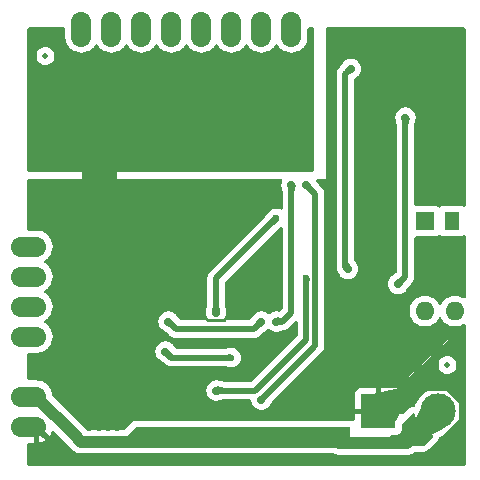
<source format=gbr>
%TF.GenerationSoftware,KiCad,Pcbnew,7.0.11-2.fc39*%
%TF.CreationDate,2024-08-16T08:17:41-07:00*%
%TF.ProjectId,wall_clock_full,77616c6c-5f63-46c6-9f63-6b5f66756c6c,A0*%
%TF.SameCoordinates,PX6d01460PY3072580*%
%TF.FileFunction,Copper,L2,Bot*%
%TF.FilePolarity,Positive*%
%FSLAX46Y46*%
G04 Gerber Fmt 4.6, Leading zero omitted, Abs format (unit mm)*
G04 Created by KiCad (PCBNEW 7.0.11-2.fc39) date 2024-08-16 08:17:41*
%MOMM*%
%LPD*%
G01*
G04 APERTURE LIST*
G04 Aperture macros list*
%AMFreePoly0*
4,1,31,0.635000,0.558106,0.687664,0.499617,0.776514,0.345726,0.831425,0.176725,0.850000,0.000000,0.831425,-0.176725,0.776514,-0.345726,0.687664,-0.499617,0.635000,-0.558106,0.635000,-0.850000,0.000000,-0.850000,0.000000,-0.845344,-0.088849,-0.845344,-0.262664,-0.808398,-0.425000,-0.736122,-0.568761,-0.631673,-0.687664,-0.499617,-0.776514,-0.345726,-0.831425,-0.176725,-0.850000,0.000000,
-0.831425,0.176725,-0.776514,0.345726,-0.687664,0.499617,-0.568761,0.631673,-0.425000,0.736122,-0.262664,0.808398,-0.088849,0.845344,0.000000,0.845344,0.000000,0.850000,0.635000,0.850000,0.635000,0.558106,0.635000,0.558106,$1*%
%AMFreePoly1*
4,1,31,0.000000,0.845344,0.088849,0.845344,0.262664,0.808398,0.425000,0.736122,0.568761,0.631673,0.687664,0.499617,0.776514,0.345726,0.831425,0.176725,0.850000,0.000000,0.831425,-0.176725,0.776514,-0.345726,0.687664,-0.499617,0.568761,-0.631673,0.425000,-0.736122,0.262664,-0.808398,0.088849,-0.845344,0.000000,-0.845344,0.000000,-0.850000,-0.635000,-0.850000,-0.635000,-0.558106,
-0.687664,-0.499617,-0.776514,-0.345726,-0.831425,-0.176725,-0.850000,0.000000,-0.831425,0.176725,-0.776514,0.345726,-0.687664,0.499617,-0.635000,0.558106,-0.635000,0.850000,0.000000,0.850000,0.000000,0.845344,0.000000,0.845344,$1*%
G04 Aperture macros list end*
%TA.AperFunction,CastellatedPad*%
%ADD10FreePoly0,270.000000*%
%TD*%
%TA.AperFunction,CastellatedPad*%
%ADD11FreePoly1,270.000000*%
%TD*%
%TA.AperFunction,CastellatedPad*%
%ADD12FreePoly0,0.000000*%
%TD*%
%TA.AperFunction,CastellatedPad*%
%ADD13FreePoly1,0.000000*%
%TD*%
%TA.AperFunction,ComponentPad*%
%ADD14R,1.600000X1.600000*%
%TD*%
%TA.AperFunction,ComponentPad*%
%ADD15O,1.600000X1.600000*%
%TD*%
%TA.AperFunction,ComponentPad*%
%ADD16R,1.300000X1.600000*%
%TD*%
%TA.AperFunction,ComponentPad*%
%ADD17R,3.000000X3.000000*%
%TD*%
%TA.AperFunction,ComponentPad*%
%ADD18C,3.000000*%
%TD*%
%TA.AperFunction,SMDPad,CuDef*%
%ADD19C,0.500000*%
%TD*%
%TA.AperFunction,ViaPad*%
%ADD20C,0.600000*%
%TD*%
%TA.AperFunction,ViaPad*%
%ADD21C,0.700000*%
%TD*%
%TA.AperFunction,Conductor*%
%ADD22C,0.250000*%
%TD*%
%TA.AperFunction,Conductor*%
%ADD23C,0.500000*%
%TD*%
%TA.AperFunction,Conductor*%
%ADD24C,0.200000*%
%TD*%
%TA.AperFunction,Conductor*%
%ADD25C,3.000000*%
%TD*%
%TA.AperFunction,Conductor*%
%ADD26C,1.000000*%
%TD*%
G04 APERTURE END LIST*
D10*
%TO.P,J7,1,Pin_1*%
%TO.N,Net-(J7-Pin_1)*%
X10160000Y0D03*
D11*
X10160000Y-1270000D03*
%TD*%
D10*
%TO.P,J5,1,Pin_1*%
%TO.N,Net-(J5-Pin_1)*%
X15240000Y0D03*
D11*
X15240000Y-1270000D03*
%TD*%
D12*
%TO.P,J13,1,Pin_1*%
%TO.N,Net-(J13-Pin_1)*%
X0Y-24130000D03*
D13*
X1270000Y-24130000D03*
%TD*%
D10*
%TO.P,J9,1,Pin_1*%
%TO.N,Net-(J9-Pin_1)*%
X5080000Y0D03*
D11*
X5080000Y-1270000D03*
%TD*%
D12*
%TO.P,J16,1,Pin_1*%
%TO.N,GND*%
X0Y-34290000D03*
D13*
X1270000Y-34290000D03*
%TD*%
D10*
%TO.P,J2,1,Pin_1*%
%TO.N,Net-(J2-Pin_1)*%
X22860000Y0D03*
D11*
X22860000Y-1270000D03*
%TD*%
D10*
%TO.P,J3,1,Pin_1*%
%TO.N,Net-(J3-Pin_1)*%
X20320000Y0D03*
D11*
X20320000Y-1270000D03*
%TD*%
D10*
%TO.P,J8,1,Pin_1*%
%TO.N,Net-(J8-Pin_1)*%
X7620000Y0D03*
D11*
X7620000Y-1270000D03*
%TD*%
D12*
%TO.P,J11,1,Pin_1*%
%TO.N,Net-(J11-Pin_1)*%
X0Y-19050000D03*
D13*
X1270000Y-19050000D03*
%TD*%
D12*
%TO.P,J12,1,Pin_1*%
%TO.N,Net-(J12-Pin_1)*%
X0Y-21590000D03*
D13*
X1270000Y-21590000D03*
%TD*%
D14*
%TO.P,D2,1,K*%
%TO.N,/BTN_S*%
X34163000Y-16891000D03*
D15*
%TO.P,D2,2,A*%
%TO.N,/BTN_M*%
X34163000Y-24511000D03*
%TD*%
D10*
%TO.P,J6,1,Pin_1*%
%TO.N,Net-(J6-Pin_1)*%
X12700000Y0D03*
D11*
X12700000Y-1270000D03*
%TD*%
D16*
%TO.P,D1,1,K*%
%TO.N,/BTN_S*%
X36449000Y-16891000D03*
D15*
%TO.P,D1,2,A*%
%TO.N,/BTN_H*%
X36703000Y-24511000D03*
%TD*%
D12*
%TO.P,J15,1,Pin_1*%
%TO.N,+12V*%
X0Y-31750000D03*
D13*
X1270000Y-31750000D03*
%TD*%
D12*
%TO.P,J14,1,Pin_1*%
%TO.N,Net-(J14-Pin_1)*%
X0Y-26670000D03*
D13*
X1270000Y-26670000D03*
%TD*%
D10*
%TO.P,J4,1,Pin_1*%
%TO.N,Net-(J4-Pin_1)*%
X17780000Y0D03*
D11*
X17780000Y-1270000D03*
%TD*%
D17*
%TO.P,J1,1,Pin_1*%
%TO.N,GND*%
X30226000Y-33014415D03*
D18*
%TO.P,J1,2,Pin_2*%
%TO.N,+12V*%
X35306000Y-33014415D03*
%TD*%
D19*
%TO.P,FID4,*%
%TO.N,*%
X36068000Y-29083000D03*
%TD*%
%TO.P,FID3,*%
%TO.N,*%
X2032000Y-2921000D03*
%TD*%
D20*
%TO.N,GND*%
X16256000Y-7747000D03*
D21*
X8128000Y-34290000D03*
D20*
X6096000Y-5461000D03*
X16256000Y-5461000D03*
D21*
X5753997Y-34290000D03*
D20*
X13716000Y-9652000D03*
X21336000Y-7747000D03*
D21*
X6604000Y-34290000D03*
D20*
X18796000Y-11938000D03*
X8636000Y-9652000D03*
X8636000Y-11938000D03*
X11176000Y-7747000D03*
X11176000Y-5461000D03*
X23876000Y-11938000D03*
D21*
X7366000Y-34290000D03*
D20*
X18796000Y-9652000D03*
X23876000Y-9652000D03*
X21336000Y-5461000D03*
X6096000Y-7747000D03*
X13716000Y-11938000D03*
D21*
%TO.N,+12V*%
X25272992Y-34798000D03*
X26035000Y-34798000D03*
%TO.N,/BTN_M*%
X31877000Y-22225000D03*
X32512000Y-8128000D03*
%TO.N,/SWIO*%
X27914600Y-3987800D03*
X27635200Y-20980400D03*
%TO.N,/DIG_VT_2*%
X12446000Y-25400000D03*
X20320000Y-25400000D03*
D20*
%TO.N,/DIG_VT_3*%
X17780000Y-28448000D03*
D21*
X12192000Y-27940000D03*
%TO.N,/DIG_0*%
X16510000Y-31242000D03*
D20*
X24130000Y-21717000D03*
D21*
%TO.N,/DIG_1*%
X20320000Y-32004000D03*
X24130000Y-13843000D03*
%TO.N,/DIG_2*%
X21590000Y-25400000D03*
X22860000Y-13843000D03*
D20*
%TO.N,/DIG_3*%
X21590000Y-16637000D03*
D21*
X16470000Y-24637994D03*
%TD*%
D22*
%TO.N,GND*%
X15621000Y-25146000D02*
X15787994Y-25312994D01*
X15787994Y-25312994D02*
X17105006Y-25312994D01*
D23*
X6604000Y-34290000D02*
X6604000Y-32512000D01*
X30226000Y-33014415D02*
X32176000Y-31064415D01*
D24*
X5753997Y-34290000D02*
X6604000Y-33439997D01*
D22*
X17105006Y-25312994D02*
X17272000Y-25146000D01*
D24*
X6604000Y-34290000D02*
X5753997Y-34290000D01*
D23*
X7366000Y-33274000D02*
X6604000Y-32512000D01*
X7366000Y-34290000D02*
X7366000Y-33274000D01*
X8128000Y-34290000D02*
X8128000Y-34036000D01*
X33867132Y-37211000D02*
X4191000Y-37211000D01*
X5753997Y-34290000D02*
X5753997Y-33362003D01*
D25*
X6604000Y-32512000D02*
X6604000Y-11430000D01*
D23*
X32176000Y-31064415D02*
X36113717Y-31064415D01*
X8128000Y-34290000D02*
X5753997Y-34290000D01*
X37256000Y-33822132D02*
X33867132Y-37211000D01*
X8128000Y-34036000D02*
X6604000Y-32512000D01*
X5753997Y-33362003D02*
X6604000Y-32512000D01*
X4191000Y-37211000D02*
X1270000Y-34290000D01*
X36113717Y-31064415D02*
X37256000Y-32206698D01*
X37256000Y-32206698D02*
X37256000Y-33822132D01*
D24*
X6604000Y-33439997D02*
X6604000Y-32512000D01*
D26*
%TO.N,+12V*%
X35306000Y-33014415D02*
X33380415Y-34940000D01*
X4460000Y-34940000D02*
X1270000Y-31750000D01*
X26924000Y-35687000D02*
X26035000Y-34798000D01*
X33380415Y-34945585D02*
X32639000Y-35687000D01*
X32639000Y-35687000D02*
X26924000Y-35687000D01*
X25893000Y-34940000D02*
X25273000Y-35560000D01*
D24*
X33380415Y-34940000D02*
X33380415Y-34945585D01*
D26*
X25273000Y-35560000D02*
X5080000Y-35560000D01*
X5080000Y-35560000D02*
X4460000Y-34940000D01*
D24*
X26035000Y-34798000D02*
X25893000Y-34940000D01*
D23*
%TO.N,/BTN_M*%
X32512000Y-21590000D02*
X32512000Y-8128000D01*
X31877000Y-22225000D02*
X32512000Y-21590000D01*
%TO.N,/SWIO*%
X27914600Y-3987800D02*
X27432000Y-4470400D01*
X27432000Y-4470400D02*
X27432000Y-20777200D01*
X27432000Y-20777200D02*
X27635200Y-20980400D01*
%TO.N,/DIG_VT_2*%
X13081000Y-26035000D02*
X12446000Y-25400000D01*
X19685000Y-26035000D02*
X13081000Y-26035000D01*
X20320000Y-25400000D02*
X19685000Y-26035000D01*
%TO.N,/DIG_VT_3*%
X12700000Y-28448000D02*
X12192000Y-27940000D01*
X17780000Y-28448000D02*
X12700000Y-28448000D01*
%TO.N,/DIG_0*%
X16510000Y-31242000D02*
X19812000Y-31242000D01*
X19812000Y-31242000D02*
X24130000Y-26924000D01*
X24130000Y-26924000D02*
X24130000Y-21717000D01*
%TO.N,/DIG_1*%
X24892000Y-27432000D02*
X24892000Y-14605000D01*
X20320000Y-32004000D02*
X24780000Y-27544000D01*
D24*
X24780000Y-27544000D02*
X24892000Y-27432000D01*
D23*
X24892000Y-14605000D02*
X24130000Y-13843000D01*
%TO.N,/DIG_2*%
X22860000Y-24638000D02*
X22860000Y-13843000D01*
X22098000Y-25400000D02*
X22860000Y-24638000D01*
X21590000Y-25400000D02*
X22098000Y-25400000D01*
%TO.N,/DIG_3*%
X16470000Y-21757000D02*
X21590000Y-16637000D01*
X16470000Y-24637994D02*
X16470000Y-21757000D01*
%TD*%
%TA.AperFunction,Conductor*%
%TO.N,GND*%
G36*
X6103997Y-34290000D02*
G01*
X5753997Y-34291000D01*
X5403997Y-34290000D01*
X5503997Y-33590000D01*
X6003997Y-33590000D01*
X6103997Y-34290000D01*
G37*
%TD.AperFunction*%
%TD*%
%TA.AperFunction,Conductor*%
%TO.N,GND*%
G36*
X8375487Y-34042513D02*
G01*
X8128707Y-34290707D01*
X7804642Y-34423939D01*
X7623663Y-33885217D01*
X7977217Y-33531663D01*
X8375487Y-34042513D01*
G37*
%TD.AperFunction*%
%TD*%
%TA.AperFunction,Conductor*%
%TO.N,/SWIO*%
G36*
X27683420Y-20356748D02*
G01*
X27685352Y-20359298D01*
X27952130Y-20835000D01*
X27953188Y-20843892D01*
X27947648Y-20850928D01*
X27946431Y-20851521D01*
X27637377Y-20980491D01*
X27632838Y-20981393D01*
X27295103Y-20980428D01*
X27286839Y-20976977D01*
X27283592Y-20970630D01*
X27184238Y-20366920D01*
X27186276Y-20358201D01*
X27193883Y-20353476D01*
X27195783Y-20353321D01*
X27675147Y-20353321D01*
X27683420Y-20356748D01*
G37*
%TD.AperFunction*%
%TD*%
%TA.AperFunction,Conductor*%
%TO.N,GND*%
G36*
X6954000Y-34290000D02*
G01*
X6604000Y-34291000D01*
X6254000Y-34290000D01*
X6354000Y-33590000D01*
X6854000Y-33590000D01*
X6954000Y-34290000D01*
G37*
%TD.AperFunction*%
%TD*%
%TA.AperFunction,Conductor*%
%TO.N,GND*%
G36*
X3667392Y-520185D02*
G01*
X3713147Y-572989D01*
X3724353Y-624500D01*
X3724353Y-635000D01*
X3724353Y-1359339D01*
X3735403Y-1464469D01*
X3735404Y-1464473D01*
X3772550Y-1639236D01*
X3772552Y-1639243D01*
X3805213Y-1739765D01*
X3805214Y-1739768D01*
X3877893Y-1903007D01*
X3877896Y-1903013D01*
X3930743Y-1994547D01*
X3930746Y-1994552D01*
X4035763Y-2139097D01*
X4035770Y-2139106D01*
X4059762Y-2165751D01*
X4106505Y-2217665D01*
X4231848Y-2330523D01*
X4239286Y-2337220D01*
X4239295Y-2337228D01*
X4324805Y-2399354D01*
X4324810Y-2399357D01*
X4479539Y-2488690D01*
X4479546Y-2488694D01*
X4576117Y-2531690D01*
X4746049Y-2586904D01*
X4746052Y-2586904D01*
X4746053Y-2586905D01*
X4760298Y-2589932D01*
X4849447Y-2608882D01*
X5027145Y-2627559D01*
X5027150Y-2627559D01*
X5132850Y-2627559D01*
X5132855Y-2627559D01*
X5310553Y-2608882D01*
X5413951Y-2586904D01*
X5583883Y-2531690D01*
X5680454Y-2488694D01*
X5835193Y-2399355D01*
X5920711Y-2337223D01*
X6053495Y-2217665D01*
X6124231Y-2139104D01*
X6229254Y-1994551D01*
X6242612Y-1971413D01*
X6293179Y-1923198D01*
X6361786Y-1909974D01*
X6426651Y-1935942D01*
X6457388Y-1971414D01*
X6470747Y-1994553D01*
X6575763Y-2139097D01*
X6575770Y-2139106D01*
X6599762Y-2165751D01*
X6646505Y-2217665D01*
X6771848Y-2330523D01*
X6779286Y-2337220D01*
X6779295Y-2337228D01*
X6864805Y-2399354D01*
X6864810Y-2399357D01*
X7019539Y-2488690D01*
X7019546Y-2488694D01*
X7116117Y-2531690D01*
X7286049Y-2586904D01*
X7286052Y-2586904D01*
X7286053Y-2586905D01*
X7300298Y-2589932D01*
X7389447Y-2608882D01*
X7567145Y-2627559D01*
X7567150Y-2627559D01*
X7672850Y-2627559D01*
X7672855Y-2627559D01*
X7850553Y-2608882D01*
X7953951Y-2586904D01*
X8123883Y-2531690D01*
X8220454Y-2488694D01*
X8375193Y-2399355D01*
X8460711Y-2337223D01*
X8593495Y-2217665D01*
X8664231Y-2139104D01*
X8769254Y-1994551D01*
X8782612Y-1971413D01*
X8833179Y-1923198D01*
X8901786Y-1909974D01*
X8966651Y-1935942D01*
X8997388Y-1971414D01*
X9010747Y-1994553D01*
X9115763Y-2139097D01*
X9115770Y-2139106D01*
X9139762Y-2165751D01*
X9186505Y-2217665D01*
X9311848Y-2330523D01*
X9319286Y-2337220D01*
X9319295Y-2337228D01*
X9404805Y-2399354D01*
X9404810Y-2399357D01*
X9559539Y-2488690D01*
X9559546Y-2488694D01*
X9656117Y-2531690D01*
X9826049Y-2586904D01*
X9826052Y-2586904D01*
X9826053Y-2586905D01*
X9840298Y-2589932D01*
X9929447Y-2608882D01*
X10107145Y-2627559D01*
X10107150Y-2627559D01*
X10212850Y-2627559D01*
X10212855Y-2627559D01*
X10390553Y-2608882D01*
X10493951Y-2586904D01*
X10663883Y-2531690D01*
X10760454Y-2488694D01*
X10915193Y-2399355D01*
X11000711Y-2337223D01*
X11133495Y-2217665D01*
X11204231Y-2139104D01*
X11309254Y-1994551D01*
X11322612Y-1971413D01*
X11373179Y-1923198D01*
X11441786Y-1909974D01*
X11506651Y-1935942D01*
X11537388Y-1971414D01*
X11550747Y-1994553D01*
X11655763Y-2139097D01*
X11655770Y-2139106D01*
X11679762Y-2165751D01*
X11726505Y-2217665D01*
X11851848Y-2330523D01*
X11859286Y-2337220D01*
X11859295Y-2337228D01*
X11944805Y-2399354D01*
X11944810Y-2399357D01*
X12099539Y-2488690D01*
X12099546Y-2488694D01*
X12196117Y-2531690D01*
X12366049Y-2586904D01*
X12366052Y-2586904D01*
X12366053Y-2586905D01*
X12380298Y-2589932D01*
X12469447Y-2608882D01*
X12647145Y-2627559D01*
X12647150Y-2627559D01*
X12752850Y-2627559D01*
X12752855Y-2627559D01*
X12930553Y-2608882D01*
X13033951Y-2586904D01*
X13203883Y-2531690D01*
X13300454Y-2488694D01*
X13455193Y-2399355D01*
X13540711Y-2337223D01*
X13673495Y-2217665D01*
X13744231Y-2139104D01*
X13849254Y-1994551D01*
X13862612Y-1971413D01*
X13913179Y-1923198D01*
X13981786Y-1909974D01*
X14046651Y-1935942D01*
X14077388Y-1971414D01*
X14090747Y-1994553D01*
X14195763Y-2139097D01*
X14195770Y-2139106D01*
X14219762Y-2165751D01*
X14266505Y-2217665D01*
X14391848Y-2330523D01*
X14399286Y-2337220D01*
X14399295Y-2337228D01*
X14484805Y-2399354D01*
X14484810Y-2399357D01*
X14639539Y-2488690D01*
X14639546Y-2488694D01*
X14736117Y-2531690D01*
X14906049Y-2586904D01*
X14906052Y-2586904D01*
X14906053Y-2586905D01*
X14920298Y-2589932D01*
X15009447Y-2608882D01*
X15187145Y-2627559D01*
X15187150Y-2627559D01*
X15292850Y-2627559D01*
X15292855Y-2627559D01*
X15470553Y-2608882D01*
X15573951Y-2586904D01*
X15743883Y-2531690D01*
X15840454Y-2488694D01*
X15995193Y-2399355D01*
X16080711Y-2337223D01*
X16213495Y-2217665D01*
X16284231Y-2139104D01*
X16389254Y-1994551D01*
X16402612Y-1971413D01*
X16453179Y-1923198D01*
X16521786Y-1909974D01*
X16586651Y-1935942D01*
X16617388Y-1971414D01*
X16630747Y-1994553D01*
X16735763Y-2139097D01*
X16735770Y-2139106D01*
X16759762Y-2165751D01*
X16806505Y-2217665D01*
X16931848Y-2330523D01*
X16939286Y-2337220D01*
X16939295Y-2337228D01*
X17024805Y-2399354D01*
X17024810Y-2399357D01*
X17179539Y-2488690D01*
X17179546Y-2488694D01*
X17276117Y-2531690D01*
X17446049Y-2586904D01*
X17446052Y-2586904D01*
X17446053Y-2586905D01*
X17460298Y-2589932D01*
X17549447Y-2608882D01*
X17727145Y-2627559D01*
X17727150Y-2627559D01*
X17832850Y-2627559D01*
X17832855Y-2627559D01*
X18010553Y-2608882D01*
X18113951Y-2586904D01*
X18283883Y-2531690D01*
X18380454Y-2488694D01*
X18535193Y-2399355D01*
X18620711Y-2337223D01*
X18753495Y-2217665D01*
X18824231Y-2139104D01*
X18929254Y-1994551D01*
X18942612Y-1971413D01*
X18993179Y-1923198D01*
X19061786Y-1909974D01*
X19126651Y-1935942D01*
X19157388Y-1971414D01*
X19170747Y-1994553D01*
X19275763Y-2139097D01*
X19275770Y-2139106D01*
X19299762Y-2165751D01*
X19346505Y-2217665D01*
X19471848Y-2330523D01*
X19479286Y-2337220D01*
X19479295Y-2337228D01*
X19564805Y-2399354D01*
X19564810Y-2399357D01*
X19719539Y-2488690D01*
X19719546Y-2488694D01*
X19816117Y-2531690D01*
X19986049Y-2586904D01*
X19986052Y-2586904D01*
X19986053Y-2586905D01*
X20000298Y-2589932D01*
X20089447Y-2608882D01*
X20267145Y-2627559D01*
X20267150Y-2627559D01*
X20372850Y-2627559D01*
X20372855Y-2627559D01*
X20550553Y-2608882D01*
X20653951Y-2586904D01*
X20823883Y-2531690D01*
X20920454Y-2488694D01*
X21075193Y-2399355D01*
X21160711Y-2337223D01*
X21293495Y-2217665D01*
X21364231Y-2139104D01*
X21469254Y-1994551D01*
X21482612Y-1971413D01*
X21533179Y-1923198D01*
X21601786Y-1909974D01*
X21666651Y-1935942D01*
X21697388Y-1971414D01*
X21710747Y-1994553D01*
X21815763Y-2139097D01*
X21815770Y-2139106D01*
X21839762Y-2165751D01*
X21886505Y-2217665D01*
X22011848Y-2330523D01*
X22019286Y-2337220D01*
X22019295Y-2337228D01*
X22104805Y-2399354D01*
X22104810Y-2399357D01*
X22259539Y-2488690D01*
X22259546Y-2488694D01*
X22356117Y-2531690D01*
X22526049Y-2586904D01*
X22526052Y-2586904D01*
X22526053Y-2586905D01*
X22540298Y-2589932D01*
X22629447Y-2608882D01*
X22807145Y-2627559D01*
X22807150Y-2627559D01*
X22912850Y-2627559D01*
X22912855Y-2627559D01*
X23090553Y-2608882D01*
X23193951Y-2586904D01*
X23363883Y-2531690D01*
X23460454Y-2488694D01*
X23615193Y-2399355D01*
X23700711Y-2337223D01*
X23833495Y-2217665D01*
X23904231Y-2139104D01*
X24009254Y-1994551D01*
X24062107Y-1903007D01*
X24134782Y-1739777D01*
X24167448Y-1639241D01*
X24204597Y-1464469D01*
X24215647Y-1359339D01*
X24215647Y-635000D01*
X24215647Y-624500D01*
X24235332Y-557461D01*
X24288136Y-511706D01*
X24339647Y-500500D01*
X24641000Y-500500D01*
X24708039Y-520185D01*
X24753794Y-572989D01*
X24765000Y-624500D01*
X24765000Y-12576000D01*
X24745315Y-12643039D01*
X24692511Y-12688794D01*
X24641000Y-12700000D01*
X624500Y-12700000D01*
X557461Y-12680315D01*
X511706Y-12627511D01*
X500500Y-12576000D01*
X500500Y-2921002D01*
X1276751Y-2921002D01*
X1295685Y-3089056D01*
X1351545Y-3248694D01*
X1351547Y-3248697D01*
X1441518Y-3391884D01*
X1441523Y-3391890D01*
X1561109Y-3511476D01*
X1561115Y-3511481D01*
X1704302Y-3601452D01*
X1704305Y-3601454D01*
X1704309Y-3601455D01*
X1704310Y-3601456D01*
X1776913Y-3626860D01*
X1863943Y-3657314D01*
X2031997Y-3676249D01*
X2032000Y-3676249D01*
X2032003Y-3676249D01*
X2200056Y-3657314D01*
X2200059Y-3657313D01*
X2359690Y-3601456D01*
X2359692Y-3601454D01*
X2359694Y-3601454D01*
X2359697Y-3601452D01*
X2502884Y-3511481D01*
X2502885Y-3511480D01*
X2502890Y-3511477D01*
X2622477Y-3391890D01*
X2712452Y-3248697D01*
X2712454Y-3248694D01*
X2712454Y-3248692D01*
X2712456Y-3248690D01*
X2768313Y-3089059D01*
X2768313Y-3089058D01*
X2768314Y-3089056D01*
X2787249Y-2921002D01*
X2787249Y-2920997D01*
X2768314Y-2752943D01*
X2712454Y-2593305D01*
X2712452Y-2593302D01*
X2622481Y-2450115D01*
X2622476Y-2450109D01*
X2502890Y-2330523D01*
X2502884Y-2330518D01*
X2359697Y-2240547D01*
X2359694Y-2240545D01*
X2200056Y-2184685D01*
X2032003Y-2165751D01*
X2031997Y-2165751D01*
X1863943Y-2184685D01*
X1704305Y-2240545D01*
X1704302Y-2240547D01*
X1561115Y-2330518D01*
X1561109Y-2330523D01*
X1441523Y-2450109D01*
X1441518Y-2450115D01*
X1351547Y-2593302D01*
X1351545Y-2593305D01*
X1295685Y-2752943D01*
X1276751Y-2920997D01*
X1276751Y-2921002D01*
X500500Y-2921002D01*
X500500Y-624500D01*
X520185Y-557461D01*
X572989Y-511706D01*
X624500Y-500500D01*
X3600353Y-500500D01*
X3667392Y-520185D01*
G37*
%TD.AperFunction*%
%TD*%
%TA.AperFunction,Conductor*%
%TO.N,/DIG_1*%
G36*
X20645372Y-31339424D02*
G01*
X20984575Y-31678627D01*
X20988002Y-31686900D01*
X20985662Y-31693920D01*
X20575557Y-32240726D01*
X20567852Y-32245288D01*
X20559177Y-32243066D01*
X20557953Y-32242007D01*
X20319293Y-32004707D01*
X20081995Y-31766049D01*
X20078593Y-31757769D01*
X20082044Y-31749505D01*
X20083264Y-31748449D01*
X20630080Y-31338336D01*
X20638754Y-31336115D01*
X20645372Y-31339424D01*
G37*
%TD.AperFunction*%
%TD*%
%TA.AperFunction,Conductor*%
%TO.N,GND*%
G36*
X33039604Y-31314415D02*
G01*
X31726000Y-33799323D01*
X30225000Y-33014415D01*
X29756152Y-31514415D01*
X33039604Y-30814415D01*
X33039604Y-31314415D01*
G37*
%TD.AperFunction*%
%TD*%
%TA.AperFunction,Conductor*%
%TO.N,+12V*%
G36*
X35306707Y-33013708D02*
G01*
X35712343Y-34264655D01*
X35766341Y-34431182D01*
X35765633Y-34440109D01*
X35760181Y-34445383D01*
X35329567Y-34647431D01*
X35329566Y-34647432D01*
X33551290Y-35481815D01*
X32844185Y-34774710D01*
X33879415Y-32550890D01*
X35306707Y-33013708D01*
G37*
%TD.AperFunction*%
%TD*%
%TA.AperFunction,Conductor*%
%TO.N,GND*%
G36*
X7716000Y-34290000D02*
G01*
X7366000Y-34291000D01*
X7016000Y-34290000D01*
X7116000Y-33590000D01*
X7616000Y-33590000D01*
X7716000Y-34290000D01*
G37*
%TD.AperFunction*%
%TD*%
%TA.AperFunction,Conductor*%
%TO.N,/DIG_VT_3*%
G36*
X12446494Y-27702043D02*
G01*
X12447557Y-27703273D01*
X12857662Y-28250079D01*
X12859884Y-28258754D01*
X12856575Y-28265372D01*
X12517372Y-28604575D01*
X12509099Y-28608002D01*
X12502079Y-28605662D01*
X11955273Y-28195557D01*
X11950711Y-28187852D01*
X11952933Y-28179177D01*
X11953978Y-28177967D01*
X12191293Y-27939293D01*
X12429951Y-27701994D01*
X12438230Y-27698593D01*
X12446494Y-27702043D01*
G37*
%TD.AperFunction*%
%TD*%
%TA.AperFunction,Conductor*%
%TO.N,/DIG_2*%
G36*
X21602598Y-25051010D02*
G01*
X22052696Y-25087114D01*
X22060033Y-25090504D01*
X22398124Y-25428595D01*
X22401551Y-25436868D01*
X22398124Y-25445141D01*
X22394301Y-25447689D01*
X21734704Y-25718931D01*
X21725749Y-25718908D01*
X21719456Y-25712616D01*
X21608899Y-25447689D01*
X21590198Y-25402877D01*
X21589297Y-25398352D01*
X21589974Y-25062648D01*
X21593418Y-25054384D01*
X21601698Y-25050974D01*
X21602598Y-25051010D01*
G37*
%TD.AperFunction*%
%TD*%
%TA.AperFunction,Conductor*%
%TO.N,/DIG_VT_2*%
G36*
X12700494Y-25162043D02*
G01*
X12701557Y-25163273D01*
X13111662Y-25710079D01*
X13113884Y-25718754D01*
X13110575Y-25725372D01*
X12771372Y-26064575D01*
X12763099Y-26068002D01*
X12756079Y-26065662D01*
X12209273Y-25655557D01*
X12204711Y-25647852D01*
X12206933Y-25639177D01*
X12207978Y-25637967D01*
X12445293Y-25399293D01*
X12683951Y-25161994D01*
X12692230Y-25158593D01*
X12700494Y-25162043D01*
G37*
%TD.AperFunction*%
%TD*%
%TA.AperFunction,Conductor*%
%TO.N,GND*%
G36*
X6834970Y-32607671D02*
G01*
X6704000Y-33012000D01*
X6504000Y-33012000D01*
X6373030Y-32607671D01*
X6604000Y-32511000D01*
X6834970Y-32607671D01*
G37*
%TD.AperFunction*%
%TD*%
%TA.AperFunction,Conductor*%
%TO.N,GND*%
G36*
X8129000Y-34290000D02*
G01*
X8128000Y-34640000D01*
X7428000Y-34540000D01*
X7428000Y-34040000D01*
X8128000Y-33940000D01*
X8129000Y-34290000D01*
G37*
%TD.AperFunction*%
%TD*%
%TA.AperFunction,Conductor*%
%TO.N,/BTN_M*%
G36*
X32202372Y-21560424D02*
G01*
X32541575Y-21899627D01*
X32545002Y-21907900D01*
X32542662Y-21914920D01*
X32132557Y-22461726D01*
X32124852Y-22466288D01*
X32116177Y-22464066D01*
X32114953Y-22463007D01*
X31876293Y-22225707D01*
X31638995Y-21987049D01*
X31635593Y-21978769D01*
X31639044Y-21970505D01*
X31640264Y-21969449D01*
X32187080Y-21559336D01*
X32195754Y-21557115D01*
X32202372Y-21560424D01*
G37*
%TD.AperFunction*%
%TD*%
%TA.AperFunction,Conductor*%
%TO.N,/DIG_1*%
G36*
X24384494Y-13605043D02*
G01*
X24385557Y-13606273D01*
X24795662Y-14153079D01*
X24797884Y-14161754D01*
X24794575Y-14168372D01*
X24455372Y-14507575D01*
X24447099Y-14511002D01*
X24440079Y-14508662D01*
X23893273Y-14098557D01*
X23888711Y-14090852D01*
X23890933Y-14082177D01*
X23891978Y-14080967D01*
X24129293Y-13842293D01*
X24367951Y-13604994D01*
X24376230Y-13601593D01*
X24384494Y-13605043D01*
G37*
%TD.AperFunction*%
%TD*%
%TA.AperFunction,Conductor*%
%TO.N,+12V*%
G36*
X33238488Y-33158024D02*
G01*
X33294421Y-33199896D01*
X33318838Y-33265357D01*
X33321300Y-33299778D01*
X33382109Y-33579310D01*
X33482091Y-33847373D01*
X33619191Y-34098453D01*
X33619196Y-34098461D01*
X33725882Y-34240976D01*
X33725883Y-34240977D01*
X34621195Y-33345664D01*
X34643340Y-33397002D01*
X34749433Y-33539509D01*
X34885530Y-33653709D01*
X34975215Y-33698750D01*
X34079436Y-34594530D01*
X34221960Y-34701222D01*
X34221961Y-34701223D01*
X34473042Y-34838323D01*
X34473041Y-34838323D01*
X34741106Y-34938305D01*
X34763623Y-34943204D01*
X34824947Y-34976688D01*
X34858432Y-35038011D01*
X34853448Y-35107703D01*
X34824947Y-35152051D01*
X34072319Y-35904681D01*
X34010996Y-35938166D01*
X33984638Y-35941000D01*
X31239000Y-35941000D01*
X31171961Y-35921315D01*
X31126206Y-35868511D01*
X31115000Y-35817000D01*
X31115000Y-35230362D01*
X31134685Y-35163323D01*
X31151319Y-35142681D01*
X31242767Y-35051233D01*
X31304090Y-35017748D01*
X31330446Y-35014914D01*
X31773872Y-35014914D01*
X31833483Y-35008506D01*
X31968331Y-34958211D01*
X32083546Y-34871961D01*
X32169796Y-34756746D01*
X32220091Y-34621898D01*
X32226500Y-34562288D01*
X32226499Y-34118859D01*
X32246183Y-34051822D01*
X32262809Y-34031190D01*
X33107477Y-33186522D01*
X33168796Y-33153040D01*
X33238488Y-33158024D01*
G37*
%TD.AperFunction*%
%TD*%
%TA.AperFunction,Conductor*%
%TO.N,/DIG_0*%
G36*
X16523311Y-30893901D02*
G01*
X17199955Y-30990565D01*
X17207660Y-30995127D01*
X17210000Y-31002147D01*
X17210000Y-31481853D01*
X17206573Y-31490126D01*
X17199955Y-31493435D01*
X16523316Y-31590097D01*
X16514641Y-31587875D01*
X16510079Y-31580170D01*
X16509961Y-31578556D01*
X16509000Y-31242000D01*
X16509961Y-30905449D01*
X16513412Y-30897187D01*
X16521694Y-30893784D01*
X16523311Y-30893901D01*
G37*
%TD.AperFunction*%
%TD*%
%TA.AperFunction,Conductor*%
%TO.N,GND*%
G36*
X6605000Y-34290000D02*
G01*
X6470061Y-34613358D01*
X5904000Y-34390000D01*
X5904000Y-34190000D01*
X6470061Y-33966642D01*
X6605000Y-34290000D01*
G37*
%TD.AperFunction*%
%TD*%
%TA.AperFunction,Conductor*%
%TO.N,/BTN_M*%
G36*
X32848549Y-8127961D02*
G01*
X32856812Y-8131412D01*
X32860215Y-8139694D01*
X32860097Y-8141316D01*
X32763435Y-8817955D01*
X32758873Y-8825660D01*
X32751853Y-8828000D01*
X32272147Y-8828000D01*
X32263874Y-8824573D01*
X32260565Y-8817955D01*
X32163902Y-8141316D01*
X32166124Y-8132641D01*
X32173829Y-8128079D01*
X32175442Y-8127961D01*
X32512000Y-8127000D01*
X32848549Y-8127961D01*
G37*
%TD.AperFunction*%
%TD*%
%TA.AperFunction,Conductor*%
%TO.N,GND*%
G36*
X6834970Y-32607671D02*
G01*
X6704000Y-33012000D01*
X6504000Y-33012000D01*
X6373030Y-32607671D01*
X6604000Y-32511000D01*
X6834970Y-32607671D01*
G37*
%TD.AperFunction*%
%TD*%
%TA.AperFunction,Conductor*%
%TO.N,GND*%
G36*
X7485678Y-33725525D02*
G01*
X6854000Y-34290000D01*
X6354000Y-34290000D01*
X5722322Y-33725525D01*
X6604000Y-32511000D01*
X7485678Y-33725525D01*
G37*
%TD.AperFunction*%
%TD*%
%TA.AperFunction,Conductor*%
%TO.N,GND*%
G36*
X6834970Y-32607671D02*
G01*
X6704000Y-33012000D01*
X6504000Y-33012000D01*
X6373030Y-32607671D01*
X6604000Y-32511000D01*
X6834970Y-32607671D01*
G37*
%TD.AperFunction*%
%TD*%
%TA.AperFunction,Conductor*%
%TO.N,GND*%
G36*
X6453997Y-34040000D02*
G01*
X6453997Y-34540000D01*
X5753997Y-34640000D01*
X5752997Y-34290000D01*
X5753997Y-33940000D01*
X6453997Y-34040000D01*
G37*
%TD.AperFunction*%
%TD*%
%TA.AperFunction,Conductor*%
%TO.N,+12V*%
G36*
X27756039Y-34309685D02*
G01*
X27801794Y-34362489D01*
X27813000Y-34414000D01*
X27813000Y-35944000D01*
X27793315Y-36011039D01*
X27740511Y-36056794D01*
X27689000Y-36068000D01*
X8300362Y-36068000D01*
X8233323Y-36048315D01*
X8187568Y-35995511D01*
X8177624Y-35926353D01*
X8206649Y-35862797D01*
X8212681Y-35856319D01*
X9742681Y-34326319D01*
X9804004Y-34292834D01*
X9830362Y-34290000D01*
X27689000Y-34290000D01*
X27756039Y-34309685D01*
G37*
%TD.AperFunction*%
%TD*%
%TA.AperFunction,Conductor*%
%TO.N,GND*%
G36*
X37586163Y-25653138D02*
G01*
X37599500Y-25709082D01*
X37599500Y-37475500D01*
X37579815Y-37542539D01*
X37527011Y-37588294D01*
X37475500Y-37599500D01*
X624500Y-37599500D01*
X557461Y-37579815D01*
X511706Y-37527011D01*
X500500Y-37475500D01*
X500500Y-35769142D01*
X520185Y-35702103D01*
X572989Y-35656348D01*
X624500Y-35645142D01*
X1020000Y-35645142D01*
X1020000Y-34578220D01*
X1086157Y-34629713D01*
X1206422Y-34671000D01*
X1301569Y-34671000D01*
X1395421Y-34655339D01*
X1507251Y-34594820D01*
X1520000Y-34580970D01*
X1520000Y-35622277D01*
X1639128Y-35596955D01*
X1639153Y-35596949D01*
X1739560Y-35564325D01*
X1739563Y-35564324D01*
X1902802Y-35491645D01*
X1902808Y-35491642D01*
X1994250Y-35438848D01*
X1994255Y-35438845D01*
X2138800Y-35333828D01*
X2138809Y-35333821D01*
X2217289Y-35263156D01*
X2336844Y-35130375D01*
X2336845Y-35130375D01*
X2398917Y-35044940D01*
X2398918Y-35044939D01*
X2488252Y-34890208D01*
X2488255Y-34890202D01*
X2531211Y-34793722D01*
X2558827Y-34708726D01*
X2598264Y-34651050D01*
X2662622Y-34623850D01*
X2731469Y-34635764D01*
X2764440Y-34659361D01*
X4362450Y-36257371D01*
X4364643Y-36259620D01*
X4424939Y-36323051D01*
X4424945Y-36323056D01*
X4473361Y-36356755D01*
X4480874Y-36362419D01*
X4526592Y-36399697D01*
X4526595Y-36399698D01*
X4526597Y-36399700D01*
X4553556Y-36413782D01*
X4566981Y-36421915D01*
X4591951Y-36439295D01*
X4646165Y-36462560D01*
X4654654Y-36466591D01*
X4706951Y-36493909D01*
X4728998Y-36500216D01*
X4736184Y-36502273D01*
X4750976Y-36507539D01*
X4778939Y-36519539D01*
X4778942Y-36519540D01*
X4836727Y-36531414D01*
X4845869Y-36533657D01*
X4902582Y-36549886D01*
X4932918Y-36552196D01*
X4948457Y-36554376D01*
X4978255Y-36560500D01*
X4978259Y-36560500D01*
X5037244Y-36560500D01*
X5046659Y-36560857D01*
X5105476Y-36565337D01*
X5135651Y-36561493D01*
X5151318Y-36560500D01*
X8201075Y-36560500D01*
X8218721Y-36561761D01*
X8300362Y-36573500D01*
X26427258Y-36573500D01*
X26476154Y-36583547D01*
X26490170Y-36589562D01*
X26498671Y-36593600D01*
X26550946Y-36620907D01*
X26550948Y-36620907D01*
X26550951Y-36620909D01*
X26580199Y-36629277D01*
X26594975Y-36634538D01*
X26622942Y-36646540D01*
X26622945Y-36646540D01*
X26622946Y-36646541D01*
X26680713Y-36658412D01*
X26689866Y-36660658D01*
X26746582Y-36676887D01*
X26776914Y-36679196D01*
X26792463Y-36681377D01*
X26822255Y-36687500D01*
X26822259Y-36687500D01*
X26881241Y-36687500D01*
X26890655Y-36687857D01*
X26899009Y-36688494D01*
X26949475Y-36692337D01*
X26949475Y-36692336D01*
X26949476Y-36692337D01*
X26979651Y-36688493D01*
X26995318Y-36687500D01*
X32624721Y-36687500D01*
X32627863Y-36687540D01*
X32715358Y-36689757D01*
X32715358Y-36689756D01*
X32715363Y-36689757D01*
X32773425Y-36679349D01*
X32782754Y-36678041D01*
X32841438Y-36672074D01*
X32870471Y-36662964D01*
X32885700Y-36659226D01*
X32915653Y-36653858D01*
X32915657Y-36653856D01*
X32915659Y-36653856D01*
X32970423Y-36631980D01*
X32979292Y-36628821D01*
X33035588Y-36611159D01*
X33062200Y-36596387D01*
X33076362Y-36589662D01*
X33104617Y-36578377D01*
X33153879Y-36545909D01*
X33161910Y-36541043D01*
X33213502Y-36512409D01*
X33236592Y-36492585D01*
X33249106Y-36483149D01*
X33273674Y-36466958D01*
X33340483Y-36446508D01*
X33341903Y-36446500D01*
X33984640Y-36446500D01*
X33994786Y-36445955D01*
X34038678Y-36443603D01*
X34038686Y-36443602D01*
X34038688Y-36443602D01*
X34038689Y-36443602D01*
X34045682Y-36442849D01*
X34065036Y-36440769D01*
X34065046Y-36440767D01*
X34065049Y-36440767D01*
X34074648Y-36439211D01*
X34118448Y-36432114D01*
X34253257Y-36381832D01*
X34314580Y-36348347D01*
X34429762Y-36262123D01*
X35182390Y-35509493D01*
X35250199Y-35425347D01*
X35278700Y-35380999D01*
X35327077Y-35284354D01*
X35332797Y-35258054D01*
X35366281Y-35196733D01*
X35401289Y-35172156D01*
X35974905Y-34903012D01*
X35993109Y-34893969D01*
X36004917Y-34888851D01*
X36139161Y-34838782D01*
X36390315Y-34701641D01*
X36619395Y-34530154D01*
X36821739Y-34327810D01*
X36993226Y-34098730D01*
X37130367Y-33847576D01*
X37230369Y-33579461D01*
X37291196Y-33299843D01*
X37311610Y-33014415D01*
X37291196Y-32728987D01*
X37290001Y-32723495D01*
X37230371Y-32449377D01*
X37230370Y-32449375D01*
X37230369Y-32449369D01*
X37130367Y-32181254D01*
X37081903Y-32092500D01*
X36993229Y-31930105D01*
X36993224Y-31930097D01*
X36821745Y-31701027D01*
X36821729Y-31701009D01*
X36619405Y-31498685D01*
X36619387Y-31498669D01*
X36390317Y-31327190D01*
X36390309Y-31327185D01*
X36139166Y-31190050D01*
X36139167Y-31190050D01*
X36030571Y-31149546D01*
X35871046Y-31090046D01*
X35871043Y-31090045D01*
X35871037Y-31090043D01*
X35591433Y-31029219D01*
X35306001Y-31008805D01*
X35305999Y-31008805D01*
X35020566Y-31029219D01*
X34740962Y-31090043D01*
X34472833Y-31190050D01*
X34221690Y-31327185D01*
X34221682Y-31327190D01*
X33992612Y-31498669D01*
X33992594Y-31498685D01*
X33790270Y-31701009D01*
X33790254Y-31701027D01*
X33618775Y-31930097D01*
X33618770Y-31930105D01*
X33481633Y-32181253D01*
X33481629Y-32181262D01*
X33431079Y-32316789D01*
X33423016Y-32333533D01*
X33423287Y-32333684D01*
X33421138Y-32337552D01*
X33309483Y-32577400D01*
X33263344Y-32629869D01*
X33205913Y-32648752D01*
X33104525Y-32656003D01*
X33061349Y-32659091D01*
X33061346Y-32659091D01*
X33061346Y-32659092D01*
X32926538Y-32709371D01*
X32926532Y-32709374D01*
X32867175Y-32741785D01*
X32865701Y-32742555D01*
X32865218Y-32742853D01*
X32750036Y-32829078D01*
X32750024Y-32829089D01*
X32351019Y-33228096D01*
X32289696Y-33261581D01*
X32263338Y-33264415D01*
X30944483Y-33264415D01*
X30979549Y-33147286D01*
X30989879Y-32969924D01*
X30959029Y-32794961D01*
X30945853Y-32764415D01*
X32226000Y-32764415D01*
X32226000Y-31466587D01*
X32225999Y-31466570D01*
X32219598Y-31407042D01*
X32219596Y-31407035D01*
X32169354Y-31272328D01*
X32169350Y-31272321D01*
X32083190Y-31157227D01*
X32083187Y-31157224D01*
X31968093Y-31071064D01*
X31968086Y-31071060D01*
X31833379Y-31020818D01*
X31833372Y-31020816D01*
X31797368Y-31016944D01*
X33873512Y-29083002D01*
X35312751Y-29083002D01*
X35331685Y-29251056D01*
X35387545Y-29410694D01*
X35387547Y-29410697D01*
X35477518Y-29553884D01*
X35477523Y-29553890D01*
X35597109Y-29673476D01*
X35597115Y-29673481D01*
X35740302Y-29763452D01*
X35740305Y-29763454D01*
X35740309Y-29763455D01*
X35740310Y-29763456D01*
X35812913Y-29788860D01*
X35899943Y-29819314D01*
X36067997Y-29838249D01*
X36068000Y-29838249D01*
X36068003Y-29838249D01*
X36236056Y-29819314D01*
X36236059Y-29819313D01*
X36395690Y-29763456D01*
X36395692Y-29763454D01*
X36395694Y-29763454D01*
X36395697Y-29763452D01*
X36538884Y-29673481D01*
X36538885Y-29673480D01*
X36538890Y-29673477D01*
X36658477Y-29553890D01*
X36748452Y-29410697D01*
X36748454Y-29410694D01*
X36748454Y-29410692D01*
X36748456Y-29410690D01*
X36804313Y-29251059D01*
X36804313Y-29251058D01*
X36804314Y-29251056D01*
X36823249Y-29083002D01*
X36823249Y-29082997D01*
X36804314Y-28914943D01*
X36773860Y-28827913D01*
X36748456Y-28755310D01*
X36748455Y-28755309D01*
X36748454Y-28755305D01*
X36748452Y-28755302D01*
X36658481Y-28612115D01*
X36658476Y-28612109D01*
X36538890Y-28492523D01*
X36538884Y-28492518D01*
X36395697Y-28402547D01*
X36395694Y-28402545D01*
X36236056Y-28346685D01*
X36068003Y-28327751D01*
X36067997Y-28327751D01*
X35899943Y-28346685D01*
X35740305Y-28402545D01*
X35740302Y-28402547D01*
X35597115Y-28492518D01*
X35597109Y-28492523D01*
X35477523Y-28612109D01*
X35477518Y-28612115D01*
X35387547Y-28755302D01*
X35387545Y-28755305D01*
X35331685Y-28914943D01*
X35312751Y-29082997D01*
X35312751Y-29083002D01*
X33873512Y-29083002D01*
X37571894Y-25637934D01*
X37586163Y-25653138D01*
G37*
%TD.AperFunction*%
%TA.AperFunction,Conductor*%
G36*
X946629Y-34078731D02*
G01*
X895552Y-34195177D01*
X885051Y-34321898D01*
X916266Y-34445162D01*
X978227Y-34540000D01*
X624500Y-34540000D01*
X557461Y-34520315D01*
X511706Y-34467511D01*
X500500Y-34416000D01*
X500500Y-34164000D01*
X520185Y-34096961D01*
X572989Y-34051206D01*
X624500Y-34040000D01*
X982283Y-34040000D01*
X946629Y-34078731D01*
G37*
%TD.AperFunction*%
%TA.AperFunction,Conductor*%
G36*
X29492971Y-33233869D02*
G01*
X29506147Y-33264415D01*
X29384643Y-33264415D01*
X29482314Y-33173432D01*
X29492971Y-33233869D01*
G37*
%TD.AperFunction*%
%TA.AperFunction,Conductor*%
G36*
X30476000Y-32292612D02*
G01*
X30437657Y-32283524D01*
X30476000Y-32247808D01*
X30476000Y-32292612D01*
G37*
%TD.AperFunction*%
%TD*%
%TA.AperFunction,Conductor*%
%TO.N,GND*%
G36*
X37542539Y-520185D02*
G01*
X37588294Y-572989D01*
X37599500Y-624500D01*
X37599500Y-15592747D01*
X37579815Y-15659786D01*
X37527011Y-15705541D01*
X37457853Y-15715485D01*
X37401189Y-15692013D01*
X37341335Y-15647206D01*
X37341328Y-15647202D01*
X37206482Y-15596908D01*
X37206483Y-15596908D01*
X37146883Y-15590501D01*
X37146881Y-15590500D01*
X37146873Y-15590500D01*
X37146864Y-15590500D01*
X35751129Y-15590500D01*
X35751123Y-15590501D01*
X35691516Y-15596908D01*
X35556671Y-15647202D01*
X35556669Y-15647203D01*
X35496812Y-15692013D01*
X35465458Y-15715485D01*
X35455311Y-15723081D01*
X35389847Y-15747498D01*
X35321574Y-15732647D01*
X35306689Y-15723081D01*
X35296542Y-15715485D01*
X35247258Y-15678591D01*
X35205330Y-15647203D01*
X35205328Y-15647202D01*
X35070482Y-15596908D01*
X35070483Y-15596908D01*
X35010883Y-15590501D01*
X35010881Y-15590500D01*
X35010873Y-15590500D01*
X35010865Y-15590500D01*
X33386500Y-15590500D01*
X33319461Y-15570815D01*
X33273706Y-15518011D01*
X33262500Y-15466500D01*
X33262500Y-8907736D01*
X33263746Y-8890200D01*
X33263853Y-8889448D01*
X33263855Y-8889443D01*
X33344724Y-8323346D01*
X33347313Y-8312202D01*
X33347144Y-8312166D01*
X33348496Y-8305805D01*
X33348497Y-8305803D01*
X33351780Y-8274559D01*
X33352345Y-8270005D01*
X33360517Y-8212804D01*
X33364265Y-8177994D01*
X33364383Y-8176372D01*
X33364202Y-8164985D01*
X33364866Y-8150058D01*
X33367185Y-8128000D01*
X33363559Y-8093510D01*
X33363342Y-8089897D01*
X33362970Y-8087093D01*
X33362970Y-8087086D01*
X33362968Y-8087078D01*
X33362782Y-8085676D01*
X33362382Y-8082313D01*
X33348497Y-7950198D01*
X33293252Y-7780170D01*
X33293249Y-7780164D01*
X33203859Y-7625335D01*
X33157003Y-7573296D01*
X33084235Y-7492478D01*
X33084232Y-7492476D01*
X33084231Y-7492475D01*
X33084230Y-7492474D01*
X32939593Y-7387388D01*
X32776267Y-7314671D01*
X32776265Y-7314670D01*
X32648594Y-7287533D01*
X32601391Y-7277500D01*
X32422609Y-7277500D01*
X32391954Y-7284015D01*
X32247733Y-7314670D01*
X32247728Y-7314672D01*
X32084408Y-7387387D01*
X31939768Y-7492475D01*
X31820140Y-7625336D01*
X31730750Y-7780164D01*
X31730747Y-7780170D01*
X31675504Y-7950192D01*
X31675503Y-7950194D01*
X31656815Y-8128001D01*
X31662816Y-8185107D01*
X31663495Y-8198170D01*
X31663482Y-8212799D01*
X31663483Y-8212807D01*
X31671655Y-8270015D01*
X31672221Y-8274586D01*
X31675502Y-8305805D01*
X31676854Y-8312163D01*
X31676686Y-8312198D01*
X31679274Y-8323348D01*
X31760146Y-8889444D01*
X31760153Y-8889490D01*
X31760254Y-8890194D01*
X31761500Y-8907731D01*
X31761500Y-21184646D01*
X31741815Y-21251685D01*
X31711900Y-21283846D01*
X31336958Y-21565053D01*
X31326386Y-21573575D01*
X31321457Y-21577349D01*
X31304771Y-21589472D01*
X31289548Y-21606378D01*
X31275627Y-21621837D01*
X31272587Y-21625093D01*
X31246357Y-21652184D01*
X31241998Y-21657874D01*
X31241745Y-21657680D01*
X31234420Y-21667604D01*
X31185140Y-21722336D01*
X31095750Y-21877164D01*
X31095747Y-21877170D01*
X31040504Y-22047192D01*
X31040503Y-22047194D01*
X31021815Y-22225000D01*
X31040503Y-22402805D01*
X31040504Y-22402807D01*
X31095747Y-22572829D01*
X31095750Y-22572835D01*
X31185141Y-22727665D01*
X31208375Y-22753469D01*
X31304764Y-22860521D01*
X31304767Y-22860523D01*
X31304770Y-22860526D01*
X31449407Y-22965612D01*
X31612733Y-23038329D01*
X31787609Y-23075500D01*
X31787610Y-23075500D01*
X31966389Y-23075500D01*
X31966391Y-23075500D01*
X32141267Y-23038329D01*
X32304593Y-22965612D01*
X32449230Y-22860526D01*
X32517601Y-22784591D01*
X32522085Y-22779869D01*
X32536957Y-22765026D01*
X32542298Y-22757903D01*
X32549326Y-22749356D01*
X32568859Y-22727665D01*
X32578119Y-22711623D01*
X32586298Y-22699235D01*
X32947062Y-22218220D01*
X32947074Y-22218202D01*
X32947525Y-22217602D01*
X32959037Y-22204328D01*
X32997641Y-22165724D01*
X33011260Y-22153954D01*
X33030530Y-22139610D01*
X33062372Y-22101661D01*
X33069671Y-22093694D01*
X33073591Y-22089776D01*
X33092853Y-22065413D01*
X33095076Y-22062686D01*
X33108076Y-22047194D01*
X33143302Y-22005214D01*
X33143304Y-22005209D01*
X33147274Y-21999175D01*
X33147325Y-21999208D01*
X33151369Y-21992860D01*
X33151317Y-21992828D01*
X33155106Y-21986682D01*
X33155111Y-21986677D01*
X33186832Y-21918647D01*
X33188358Y-21915496D01*
X33222040Y-21848433D01*
X33222041Y-21848428D01*
X33224508Y-21841650D01*
X33224566Y-21841671D01*
X33227043Y-21834544D01*
X33226986Y-21834526D01*
X33229256Y-21827676D01*
X33241219Y-21769735D01*
X33244439Y-21754139D01*
X33245187Y-21750762D01*
X33262500Y-21677721D01*
X33262500Y-21677717D01*
X33262501Y-21677713D01*
X33263339Y-21670548D01*
X33263398Y-21670554D01*
X33264164Y-21663054D01*
X33264105Y-21663049D01*
X33264734Y-21655859D01*
X33264355Y-21642850D01*
X33262552Y-21580869D01*
X33262500Y-21577262D01*
X33262500Y-18315499D01*
X33282185Y-18248460D01*
X33334989Y-18202705D01*
X33386495Y-18191499D01*
X35010872Y-18191499D01*
X35070483Y-18185091D01*
X35205331Y-18134796D01*
X35306689Y-18058918D01*
X35372153Y-18034502D01*
X35440426Y-18049353D01*
X35455307Y-18058916D01*
X35484031Y-18080419D01*
X35556669Y-18134796D01*
X35556671Y-18134797D01*
X35691517Y-18185091D01*
X35691516Y-18185091D01*
X35698444Y-18185835D01*
X35751127Y-18191500D01*
X37146872Y-18191499D01*
X37206483Y-18185091D01*
X37341331Y-18134796D01*
X37401190Y-18089984D01*
X37466652Y-18065568D01*
X37534925Y-18080419D01*
X37584331Y-18129823D01*
X37599500Y-18189252D01*
X37599500Y-23312917D01*
X37579815Y-23379956D01*
X37527011Y-23425711D01*
X37457853Y-23435655D01*
X37404377Y-23414492D01*
X37355734Y-23380432D01*
X37355732Y-23380431D01*
X37149497Y-23284261D01*
X37149488Y-23284258D01*
X36929697Y-23225366D01*
X36929693Y-23225365D01*
X36929692Y-23225365D01*
X36929691Y-23225364D01*
X36929686Y-23225364D01*
X36703002Y-23205532D01*
X36702998Y-23205532D01*
X36476313Y-23225364D01*
X36476302Y-23225366D01*
X36256511Y-23284258D01*
X36256502Y-23284261D01*
X36050267Y-23380431D01*
X36050265Y-23380432D01*
X35863858Y-23510954D01*
X35702954Y-23671858D01*
X35572435Y-23858262D01*
X35572431Y-23858267D01*
X35545382Y-23916275D01*
X35499209Y-23968714D01*
X35432016Y-23987866D01*
X35365135Y-23967650D01*
X35320618Y-23916275D01*
X35302094Y-23876550D01*
X35293568Y-23858266D01*
X35163047Y-23671861D01*
X35163045Y-23671858D01*
X35002141Y-23510954D01*
X34815734Y-23380432D01*
X34815732Y-23380431D01*
X34609497Y-23284261D01*
X34609488Y-23284258D01*
X34389697Y-23225366D01*
X34389693Y-23225365D01*
X34389692Y-23225365D01*
X34389691Y-23225364D01*
X34389686Y-23225364D01*
X34163002Y-23205532D01*
X34162998Y-23205532D01*
X33936313Y-23225364D01*
X33936302Y-23225366D01*
X33716511Y-23284258D01*
X33716502Y-23284261D01*
X33510267Y-23380431D01*
X33510265Y-23380432D01*
X33323858Y-23510954D01*
X33162954Y-23671858D01*
X33032435Y-23858262D01*
X33032431Y-23858267D01*
X32936261Y-24064502D01*
X32936258Y-24064511D01*
X32877366Y-24284302D01*
X32877364Y-24284313D01*
X32857532Y-24510998D01*
X32857532Y-24511001D01*
X32877364Y-24737686D01*
X32877366Y-24737697D01*
X32936258Y-24957488D01*
X32936261Y-24957497D01*
X33032431Y-25163732D01*
X33032432Y-25163734D01*
X33162954Y-25350141D01*
X33323858Y-25511045D01*
X33323861Y-25511047D01*
X33510266Y-25641568D01*
X33716504Y-25737739D01*
X33716509Y-25737740D01*
X33716511Y-25737741D01*
X33754183Y-25747835D01*
X33936308Y-25796635D01*
X34098230Y-25810801D01*
X34162998Y-25816468D01*
X34163000Y-25816468D01*
X34163002Y-25816468D01*
X34219673Y-25811509D01*
X34389692Y-25796635D01*
X34609496Y-25737739D01*
X34815734Y-25641568D01*
X35002139Y-25511047D01*
X35163047Y-25350139D01*
X35293568Y-25163734D01*
X35320618Y-25105724D01*
X35366790Y-25053285D01*
X35433983Y-25034133D01*
X35500865Y-25054348D01*
X35545382Y-25105725D01*
X35572429Y-25163728D01*
X35572432Y-25163734D01*
X35702954Y-25350141D01*
X35863858Y-25511045D01*
X35863861Y-25511047D01*
X36050266Y-25641568D01*
X36256504Y-25737739D01*
X36256509Y-25737740D01*
X36256511Y-25737741D01*
X36294183Y-25747835D01*
X36476308Y-25796635D01*
X36638230Y-25810801D01*
X36702998Y-25816468D01*
X36703000Y-25816468D01*
X36703002Y-25816468D01*
X36759673Y-25811509D01*
X36929692Y-25796635D01*
X37149496Y-25737739D01*
X37355734Y-25641568D01*
X37404380Y-25607505D01*
X37470582Y-25585180D01*
X37538349Y-25602190D01*
X37571894Y-25637934D01*
X31797368Y-31016944D01*
X31773844Y-31014415D01*
X30476000Y-31014415D01*
X30476000Y-32247808D01*
X30437656Y-32283525D01*
X30314831Y-32254415D01*
X30181733Y-32254415D01*
X30049539Y-32269866D01*
X29976000Y-32296632D01*
X29976000Y-31014415D01*
X28678155Y-31014415D01*
X28618627Y-31020816D01*
X28618620Y-31020818D01*
X28483913Y-31071060D01*
X28483906Y-31071064D01*
X28368812Y-31157224D01*
X28368809Y-31157227D01*
X28282649Y-31272321D01*
X28282645Y-31272328D01*
X28232403Y-31407035D01*
X28232401Y-31407042D01*
X28226000Y-31466570D01*
X28226000Y-32764415D01*
X29507517Y-32764415D01*
X29472451Y-32881544D01*
X29462121Y-33058906D01*
X29482314Y-33173432D01*
X29384643Y-33264415D01*
X28226000Y-33264415D01*
X28226000Y-33658000D01*
X28206315Y-33725039D01*
X28153511Y-33770794D01*
X28102000Y-33782000D01*
X9524999Y-33782000D01*
X8783819Y-34523181D01*
X8722496Y-34556666D01*
X8696138Y-34559500D01*
X5545782Y-34559500D01*
X5478743Y-34539815D01*
X5458101Y-34523181D01*
X5246472Y-34311552D01*
X5246470Y-34311549D01*
X3993827Y-33058906D01*
X2658078Y-31723158D01*
X2624594Y-31661836D01*
X2622439Y-31648439D01*
X2608882Y-31519447D01*
X2586904Y-31416049D01*
X2531690Y-31246117D01*
X2488694Y-31149546D01*
X2414373Y-31020818D01*
X2399357Y-30994810D01*
X2399354Y-30994805D01*
X2337228Y-30909295D01*
X2337220Y-30909286D01*
X2323605Y-30894165D01*
X2217665Y-30776505D01*
X2176085Y-30739066D01*
X2139106Y-30705770D01*
X2139097Y-30705763D01*
X1994552Y-30600746D01*
X1994547Y-30600743D01*
X1903013Y-30547896D01*
X1903007Y-30547893D01*
X1739768Y-30475214D01*
X1739765Y-30475213D01*
X1639243Y-30442552D01*
X1639236Y-30442550D01*
X1488552Y-30410522D01*
X1464469Y-30405403D01*
X1411904Y-30399878D01*
X1359334Y-30394352D01*
X1356228Y-30394190D01*
X1290312Y-30371022D01*
X1275041Y-30358041D01*
X1270000Y-30353000D01*
X624500Y-30353000D01*
X557461Y-30333315D01*
X511706Y-30280511D01*
X500500Y-30229000D01*
X500500Y-28149647D01*
X520185Y-28082608D01*
X572989Y-28036853D01*
X624500Y-28025647D01*
X1359335Y-28025647D01*
X1359339Y-28025647D01*
X1464469Y-28014597D01*
X1639241Y-27977448D01*
X1739777Y-27944782D01*
X1750518Y-27940000D01*
X11336815Y-27940000D01*
X11355503Y-28117805D01*
X11355504Y-28117807D01*
X11410747Y-28287829D01*
X11410750Y-28287835D01*
X11500141Y-28442665D01*
X11619770Y-28575526D01*
X11640334Y-28590467D01*
X11648733Y-28597143D01*
X11651965Y-28599949D01*
X11651973Y-28599957D01*
X11651981Y-28599963D01*
X12198799Y-29010077D01*
X12217641Y-29023683D01*
X12217551Y-29023806D01*
X12222904Y-29027523D01*
X12224541Y-29028818D01*
X12227315Y-29031078D01*
X12283015Y-29077816D01*
X12284786Y-29079302D01*
X12284788Y-29079303D01*
X12290823Y-29083272D01*
X12290789Y-29083322D01*
X12297144Y-29087370D01*
X12297177Y-29087318D01*
X12303315Y-29091104D01*
X12303323Y-29091110D01*
X12371291Y-29122804D01*
X12374452Y-29124333D01*
X12441567Y-29158040D01*
X12441572Y-29158041D01*
X12448355Y-29160510D01*
X12448334Y-29160567D01*
X12455451Y-29163040D01*
X12455470Y-29162984D01*
X12462324Y-29165255D01*
X12462325Y-29165255D01*
X12462327Y-29165256D01*
X12535848Y-29180436D01*
X12539209Y-29181181D01*
X12612279Y-29198500D01*
X12612285Y-29198500D01*
X12619452Y-29199338D01*
X12619445Y-29199397D01*
X12626946Y-29200163D01*
X12626952Y-29200104D01*
X12634141Y-29200733D01*
X12634143Y-29200732D01*
X12634144Y-29200733D01*
X12709111Y-29198552D01*
X12712717Y-29198500D01*
X17116637Y-29198500D01*
X17144409Y-29201650D01*
X17148749Y-29202648D01*
X17725391Y-29250701D01*
X17745718Y-29251983D01*
X17746651Y-29252023D01*
X17746652Y-29252022D01*
X17746653Y-29252023D01*
X17747297Y-29252003D01*
X17753264Y-29251821D01*
X17770927Y-29252542D01*
X17780000Y-29253565D01*
X17806085Y-29250625D01*
X17816164Y-29249906D01*
X17820640Y-29249770D01*
X17820648Y-29249767D01*
X17824758Y-29249195D01*
X17834572Y-29247415D01*
X17894614Y-29240650D01*
X17959249Y-29233369D01*
X17959252Y-29233368D01*
X17959255Y-29233368D01*
X18129522Y-29173789D01*
X18282262Y-29077816D01*
X18409816Y-28950262D01*
X18505789Y-28797522D01*
X18565368Y-28627255D01*
X18565369Y-28627249D01*
X18585565Y-28448003D01*
X18585565Y-28447996D01*
X18565369Y-28268750D01*
X18565368Y-28268745D01*
X18523694Y-28149647D01*
X18505789Y-28098478D01*
X18409816Y-27945738D01*
X18282262Y-27818184D01*
X18129523Y-27722211D01*
X17959254Y-27662631D01*
X17959249Y-27662630D01*
X17780004Y-27642435D01*
X17780002Y-27642435D01*
X17780000Y-27642435D01*
X17765285Y-27644092D01*
X17755080Y-27645242D01*
X17733817Y-27645800D01*
X17731190Y-27645644D01*
X17725393Y-27645298D01*
X17725392Y-27645298D01*
X17725391Y-27645298D01*
X17620545Y-27654035D01*
X17148727Y-27693353D01*
X17120283Y-27696667D01*
X17105937Y-27697500D01*
X13137103Y-27697500D01*
X13070064Y-27677815D01*
X13037903Y-27647900D01*
X12901300Y-27465763D01*
X12893113Y-27453363D01*
X12890800Y-27449358D01*
X12883859Y-27437335D01*
X12864340Y-27415657D01*
X12857291Y-27407086D01*
X12851950Y-27399964D01*
X12830028Y-27372750D01*
X12830025Y-27372747D01*
X12830019Y-27372739D01*
X12828956Y-27371509D01*
X12797769Y-27341293D01*
X12791917Y-27335222D01*
X12764232Y-27304476D01*
X12764231Y-27304475D01*
X12764230Y-27304474D01*
X12619593Y-27199388D01*
X12456267Y-27126671D01*
X12456265Y-27126670D01*
X12328594Y-27099533D01*
X12281391Y-27089500D01*
X12102609Y-27089500D01*
X12071954Y-27096015D01*
X11927733Y-27126670D01*
X11927728Y-27126672D01*
X11764408Y-27199387D01*
X11619768Y-27304475D01*
X11500140Y-27437336D01*
X11410750Y-27592164D01*
X11410747Y-27592170D01*
X11355504Y-27762192D01*
X11355503Y-27762194D01*
X11336815Y-27940000D01*
X1750518Y-27940000D01*
X1903007Y-27872107D01*
X1994551Y-27819254D01*
X2139104Y-27714231D01*
X2217665Y-27643495D01*
X2337223Y-27510711D01*
X2399355Y-27425193D01*
X2488694Y-27270454D01*
X2531690Y-27173883D01*
X2586904Y-27003951D01*
X2608882Y-26900553D01*
X2627559Y-26722855D01*
X2627559Y-26617145D01*
X2608882Y-26439447D01*
X2586904Y-26336049D01*
X2531690Y-26166117D01*
X2488694Y-26069546D01*
X2477097Y-26049459D01*
X2399357Y-25914810D01*
X2399354Y-25914805D01*
X2337228Y-25829295D01*
X2337220Y-25829286D01*
X2325679Y-25816468D01*
X2217665Y-25696505D01*
X2152615Y-25637934D01*
X2139106Y-25625770D01*
X2139097Y-25625763D01*
X1994553Y-25520747D01*
X1971414Y-25507388D01*
X1923198Y-25456821D01*
X1909974Y-25388214D01*
X1935942Y-25323349D01*
X1971414Y-25292612D01*
X1994551Y-25279254D01*
X2139104Y-25174231D01*
X2217665Y-25103495D01*
X2337223Y-24970711D01*
X2399355Y-24885193D01*
X2488694Y-24730454D01*
X2531690Y-24633883D01*
X2586904Y-24463951D01*
X2608882Y-24360553D01*
X2627559Y-24182855D01*
X2627559Y-24077145D01*
X2608882Y-23899447D01*
X2586904Y-23796049D01*
X2531690Y-23626117D01*
X2488694Y-23529546D01*
X2399355Y-23374807D01*
X2354390Y-23312917D01*
X2337228Y-23289295D01*
X2337220Y-23289286D01*
X2217665Y-23156505D01*
X2176085Y-23119066D01*
X2139106Y-23085770D01*
X2139097Y-23085763D01*
X1994553Y-22980747D01*
X1971414Y-22967388D01*
X1923198Y-22916821D01*
X1909974Y-22848214D01*
X1935942Y-22783349D01*
X1971414Y-22752612D01*
X1977097Y-22749331D01*
X1994551Y-22739254D01*
X2139104Y-22634231D01*
X2217665Y-22563495D01*
X2337223Y-22430711D01*
X2399355Y-22345193D01*
X2488694Y-22190454D01*
X2531690Y-22093883D01*
X2586904Y-21923951D01*
X2608882Y-21820553D01*
X2627559Y-21642855D01*
X2627559Y-21537145D01*
X2608882Y-21359447D01*
X2586904Y-21256049D01*
X2531690Y-21086117D01*
X2488694Y-20989546D01*
X2460369Y-20940486D01*
X2399357Y-20834810D01*
X2399354Y-20834805D01*
X2337228Y-20749295D01*
X2337220Y-20749286D01*
X2217665Y-20616505D01*
X2176085Y-20579066D01*
X2139106Y-20545770D01*
X2139097Y-20545763D01*
X1994553Y-20440747D01*
X1971414Y-20427388D01*
X1923198Y-20376821D01*
X1909974Y-20308214D01*
X1935942Y-20243349D01*
X1971414Y-20212612D01*
X1994551Y-20199254D01*
X2139104Y-20094231D01*
X2217665Y-20023495D01*
X2337223Y-19890711D01*
X2399355Y-19805193D01*
X2488694Y-19650454D01*
X2531690Y-19553883D01*
X2586904Y-19383951D01*
X2608882Y-19280553D01*
X2627559Y-19102855D01*
X2627559Y-18997145D01*
X2608882Y-18819447D01*
X2586904Y-18716049D01*
X2531690Y-18546117D01*
X2488694Y-18449546D01*
X2399355Y-18294807D01*
X2399354Y-18294805D01*
X2337228Y-18209295D01*
X2337220Y-18209286D01*
X2217665Y-18076505D01*
X2171016Y-18034502D01*
X2139106Y-18005770D01*
X2139097Y-18005763D01*
X1994552Y-17900746D01*
X1994547Y-17900743D01*
X1903013Y-17847896D01*
X1903007Y-17847893D01*
X1739768Y-17775214D01*
X1739765Y-17775213D01*
X1639243Y-17742552D01*
X1639236Y-17742550D01*
X1488552Y-17710522D01*
X1464469Y-17705403D01*
X1359339Y-17694353D01*
X1359335Y-17694353D01*
X624500Y-17694353D01*
X557461Y-17674668D01*
X511706Y-17621864D01*
X500500Y-17570353D01*
X500500Y-13459000D01*
X520185Y-13391961D01*
X572989Y-13346206D01*
X624500Y-13335000D01*
X21960119Y-13335000D01*
X22027158Y-13354685D01*
X22072913Y-13407489D01*
X22082857Y-13476647D01*
X22078050Y-13497318D01*
X22023504Y-13665192D01*
X22023503Y-13665194D01*
X22004815Y-13843001D01*
X22010816Y-13900107D01*
X22011495Y-13913170D01*
X22011482Y-13927799D01*
X22011483Y-13927807D01*
X22019655Y-13985015D01*
X22020221Y-13989586D01*
X22023502Y-14020805D01*
X22024854Y-14027163D01*
X22024686Y-14027198D01*
X22027274Y-14038348D01*
X22108146Y-14604444D01*
X22108153Y-14604490D01*
X22108254Y-14605194D01*
X22109500Y-14622731D01*
X22109500Y-15795926D01*
X22089815Y-15862965D01*
X22037011Y-15908720D01*
X21967853Y-15918664D01*
X21944546Y-15912968D01*
X21769257Y-15851632D01*
X21769249Y-15851630D01*
X21590004Y-15831435D01*
X21589996Y-15831435D01*
X21410750Y-15851630D01*
X21410745Y-15851631D01*
X21240476Y-15911211D01*
X21087734Y-16007186D01*
X21087733Y-16007186D01*
X21014033Y-16080886D01*
X21008655Y-16085953D01*
X20983793Y-16108014D01*
X20983779Y-16108028D01*
X20969981Y-16124334D01*
X20963019Y-16131902D01*
X20960182Y-16134739D01*
X20956625Y-16139200D01*
X20951647Y-16146001D01*
X20610016Y-16549749D01*
X20592242Y-16572211D01*
X20582686Y-16582945D01*
X15984358Y-21181272D01*
X15970729Y-21193051D01*
X15951469Y-21207390D01*
X15919632Y-21245331D01*
X15912346Y-21253284D01*
X15908407Y-21257224D01*
X15889176Y-21281545D01*
X15886902Y-21284337D01*
X15838694Y-21341790D01*
X15834729Y-21347819D01*
X15834682Y-21347788D01*
X15830630Y-21354147D01*
X15830679Y-21354177D01*
X15826889Y-21360321D01*
X15795192Y-21428294D01*
X15793623Y-21431536D01*
X15759957Y-21498572D01*
X15757488Y-21505357D01*
X15757432Y-21505336D01*
X15754960Y-21512450D01*
X15755015Y-21512469D01*
X15752743Y-21519325D01*
X15737573Y-21592788D01*
X15736793Y-21596304D01*
X15719499Y-21669279D01*
X15718661Y-21676454D01*
X15718601Y-21676447D01*
X15717835Y-21683945D01*
X15717895Y-21683951D01*
X15717265Y-21691140D01*
X15719448Y-21766128D01*
X15719500Y-21769735D01*
X15719500Y-23858262D01*
X15718254Y-23875799D01*
X15718147Y-23876545D01*
X15718146Y-23876550D01*
X15689489Y-24077149D01*
X15637274Y-24442644D01*
X15634689Y-24453791D01*
X15634855Y-24453827D01*
X15633503Y-24460189D01*
X15630219Y-24491424D01*
X15629653Y-24495991D01*
X15621483Y-24553186D01*
X15617734Y-24587997D01*
X15617616Y-24589621D01*
X15617796Y-24601030D01*
X15617132Y-24615941D01*
X15614815Y-24637992D01*
X15614815Y-24637996D01*
X15618441Y-24672505D01*
X15618661Y-24676122D01*
X15619230Y-24680430D01*
X15619618Y-24683702D01*
X15633503Y-24815799D01*
X15633504Y-24815801D01*
X15688747Y-24985823D01*
X15688749Y-24985826D01*
X15688750Y-24985829D01*
X15745568Y-25084241D01*
X15753801Y-25098501D01*
X15770273Y-25166401D01*
X15747420Y-25232428D01*
X15692498Y-25275618D01*
X15646413Y-25284500D01*
X13486353Y-25284500D01*
X13419314Y-25264815D01*
X13387153Y-25234900D01*
X13155300Y-24925763D01*
X13147113Y-24913363D01*
X13137860Y-24897337D01*
X13137859Y-24897335D01*
X13118340Y-24875657D01*
X13111291Y-24867086D01*
X13105950Y-24859964D01*
X13084028Y-24832750D01*
X13084025Y-24832747D01*
X13084019Y-24832739D01*
X13082956Y-24831509D01*
X13051769Y-24801293D01*
X13045917Y-24795222D01*
X13018232Y-24764476D01*
X13018231Y-24764475D01*
X13018230Y-24764474D01*
X12873593Y-24659388D01*
X12710267Y-24586671D01*
X12710265Y-24586670D01*
X12552746Y-24553189D01*
X12535391Y-24549500D01*
X12356609Y-24549500D01*
X12339254Y-24553189D01*
X12181733Y-24586670D01*
X12181728Y-24586672D01*
X12018408Y-24659387D01*
X11873768Y-24764475D01*
X11754140Y-24897336D01*
X11664750Y-25052164D01*
X11664747Y-25052170D01*
X11609504Y-25222192D01*
X11609503Y-25222194D01*
X11590815Y-25400000D01*
X11609503Y-25577805D01*
X11609504Y-25577807D01*
X11664747Y-25747829D01*
X11664750Y-25747835D01*
X11754141Y-25902665D01*
X11873770Y-26035526D01*
X11894334Y-26050467D01*
X11902733Y-26057143D01*
X11905965Y-26059949D01*
X11905973Y-26059957D01*
X11905981Y-26059963D01*
X12453396Y-26470525D01*
X12466677Y-26482044D01*
X12505268Y-26520635D01*
X12517049Y-26534267D01*
X12531390Y-26553530D01*
X12569343Y-26585376D01*
X12577319Y-26592686D01*
X12581220Y-26596588D01*
X12605543Y-26615820D01*
X12608304Y-26618069D01*
X12621104Y-26628809D01*
X12665789Y-26666305D01*
X12671818Y-26670270D01*
X12671785Y-26670319D01*
X12678143Y-26674369D01*
X12678175Y-26674319D01*
X12684317Y-26678107D01*
X12684319Y-26678108D01*
X12684323Y-26678111D01*
X12752315Y-26709816D01*
X12755560Y-26711388D01*
X12772338Y-26719814D01*
X12822567Y-26745040D01*
X12822569Y-26745040D01*
X12829361Y-26747513D01*
X12829340Y-26747570D01*
X12836455Y-26750043D01*
X12836475Y-26749986D01*
X12843323Y-26752254D01*
X12843328Y-26752257D01*
X12916852Y-26767437D01*
X12920286Y-26768199D01*
X12942814Y-26773539D01*
X12993274Y-26785499D01*
X12993275Y-26785499D01*
X12993279Y-26785500D01*
X12993283Y-26785500D01*
X13000452Y-26786338D01*
X13000444Y-26786397D01*
X13007945Y-26787164D01*
X13007951Y-26787105D01*
X13015140Y-26787734D01*
X13015144Y-26787733D01*
X13015145Y-26787734D01*
X13090131Y-26785552D01*
X13093738Y-26785500D01*
X19621295Y-26785500D01*
X19639265Y-26786809D01*
X19663023Y-26790289D01*
X19712369Y-26785971D01*
X19723176Y-26785500D01*
X19728704Y-26785500D01*
X19728709Y-26785500D01*
X19759556Y-26781893D01*
X19763030Y-26781539D01*
X19837797Y-26774999D01*
X19837805Y-26774996D01*
X19844866Y-26773539D01*
X19844878Y-26773598D01*
X19852243Y-26771965D01*
X19852229Y-26771906D01*
X19859249Y-26770241D01*
X19859255Y-26770241D01*
X19929779Y-26744572D01*
X19933117Y-26743412D01*
X20004334Y-26719814D01*
X20004342Y-26719808D01*
X20010882Y-26716760D01*
X20010908Y-26716816D01*
X20017690Y-26713532D01*
X20017663Y-26713478D01*
X20024113Y-26710238D01*
X20024117Y-26710237D01*
X20086837Y-26668984D01*
X20089732Y-26667140D01*
X20153656Y-26627712D01*
X20153662Y-26627705D01*
X20159325Y-26623229D01*
X20159362Y-26623277D01*
X20165204Y-26618518D01*
X20165164Y-26618471D01*
X20170686Y-26613835D01*
X20170696Y-26613830D01*
X20222187Y-26559251D01*
X20224598Y-26556768D01*
X20299336Y-26482030D01*
X20312610Y-26470519D01*
X20313217Y-26470063D01*
X20313220Y-26470062D01*
X20860026Y-26059957D01*
X20870646Y-26051397D01*
X20875565Y-26047633D01*
X20882115Y-26042875D01*
X20882117Y-26042872D01*
X20947924Y-26019395D01*
X21015977Y-26035222D01*
X21027882Y-26042873D01*
X21162407Y-26140612D01*
X21325733Y-26213329D01*
X21500609Y-26250500D01*
X21500610Y-26250500D01*
X21679389Y-26250500D01*
X21679391Y-26250500D01*
X21854267Y-26213329D01*
X21888790Y-26197957D01*
X21908863Y-26191013D01*
X21926957Y-26186445D01*
X21990507Y-26160311D01*
X22055634Y-26152302D01*
X22076023Y-26155289D01*
X22125369Y-26150971D01*
X22136176Y-26150500D01*
X22141704Y-26150500D01*
X22141709Y-26150500D01*
X22172556Y-26146893D01*
X22176030Y-26146539D01*
X22250797Y-26139999D01*
X22250805Y-26139996D01*
X22257866Y-26138539D01*
X22257878Y-26138598D01*
X22265243Y-26136965D01*
X22265229Y-26136906D01*
X22272249Y-26135241D01*
X22272255Y-26135241D01*
X22342779Y-26109572D01*
X22346117Y-26108412D01*
X22417334Y-26084814D01*
X22417342Y-26084808D01*
X22423882Y-26081760D01*
X22423908Y-26081816D01*
X22430690Y-26078532D01*
X22430663Y-26078478D01*
X22437113Y-26075238D01*
X22437117Y-26075237D01*
X22499837Y-26033984D01*
X22502732Y-26032140D01*
X22566656Y-25992712D01*
X22566662Y-25992705D01*
X22572325Y-25988229D01*
X22572363Y-25988277D01*
X22578200Y-25983522D01*
X22578161Y-25983475D01*
X22583691Y-25978833D01*
X22583696Y-25978830D01*
X22635184Y-25924254D01*
X22637631Y-25921735D01*
X23167819Y-25391548D01*
X23229142Y-25358063D01*
X23298834Y-25363047D01*
X23354767Y-25404919D01*
X23379184Y-25470383D01*
X23379500Y-25479229D01*
X23379500Y-26561770D01*
X23359815Y-26628809D01*
X23343181Y-26649451D01*
X19537451Y-30455181D01*
X19476128Y-30488666D01*
X19449770Y-30491500D01*
X17289731Y-30491500D01*
X17272194Y-30490254D01*
X17271449Y-30490147D01*
X17271444Y-30490146D01*
X16929759Y-30441333D01*
X16641386Y-30400136D01*
X16633145Y-30398673D01*
X16599394Y-30391500D01*
X16599391Y-30391500D01*
X16583008Y-30391500D01*
X16569756Y-30390790D01*
X16568765Y-30390683D01*
X16559780Y-30389717D01*
X16558184Y-30389602D01*
X16558168Y-30389601D01*
X16463035Y-30391126D01*
X16457360Y-30391500D01*
X16420609Y-30391500D01*
X16407187Y-30394353D01*
X16245733Y-30428670D01*
X16245728Y-30428672D01*
X16082408Y-30501387D01*
X15937768Y-30606475D01*
X15818140Y-30739336D01*
X15728750Y-30894164D01*
X15728747Y-30894170D01*
X15673504Y-31064192D01*
X15673503Y-31064194D01*
X15654815Y-31242000D01*
X15673503Y-31419805D01*
X15673504Y-31419807D01*
X15728747Y-31589829D01*
X15728750Y-31589835D01*
X15818141Y-31744665D01*
X15859812Y-31790946D01*
X15937764Y-31877521D01*
X15937767Y-31877523D01*
X15937770Y-31877526D01*
X16082407Y-31982612D01*
X16245733Y-32055329D01*
X16420609Y-32092500D01*
X16420610Y-32092500D01*
X16599388Y-32092500D01*
X16599391Y-32092500D01*
X16633167Y-32085320D01*
X16641367Y-32083864D01*
X17271443Y-31993855D01*
X17271473Y-31993850D01*
X17272202Y-31993746D01*
X17289738Y-31992500D01*
X19351957Y-31992500D01*
X19418996Y-32012185D01*
X19464751Y-32064989D01*
X19475276Y-32103533D01*
X19482679Y-32173967D01*
X19483503Y-32181804D01*
X19483504Y-32181807D01*
X19538747Y-32351829D01*
X19538750Y-32351835D01*
X19628141Y-32506665D01*
X19651375Y-32532469D01*
X19747764Y-32639521D01*
X19747767Y-32639523D01*
X19747770Y-32639526D01*
X19892407Y-32744612D01*
X20055733Y-32817329D01*
X20230609Y-32854500D01*
X20230610Y-32854500D01*
X20409389Y-32854500D01*
X20409391Y-32854500D01*
X20584267Y-32817329D01*
X20747593Y-32744612D01*
X20892230Y-32639526D01*
X20960601Y-32563591D01*
X20965085Y-32558869D01*
X20979957Y-32544026D01*
X20985298Y-32536903D01*
X20992326Y-32528356D01*
X21011859Y-32506665D01*
X21021119Y-32490623D01*
X21029298Y-32478235D01*
X21390062Y-31997220D01*
X21390081Y-31997193D01*
X21390521Y-31996607D01*
X21402033Y-31983333D01*
X25341590Y-28043777D01*
X25352306Y-28030222D01*
X25375528Y-28007667D01*
X25410530Y-27981610D01*
X25523302Y-27847214D01*
X25602040Y-27690433D01*
X25642500Y-27519721D01*
X25642500Y-20755225D01*
X26676710Y-20755225D01*
X26681028Y-20804568D01*
X26681500Y-20815376D01*
X26681500Y-20820911D01*
X26685098Y-20851695D01*
X26685464Y-20855283D01*
X26692000Y-20929991D01*
X26693461Y-20937067D01*
X26693403Y-20937078D01*
X26695034Y-20944437D01*
X26695092Y-20944424D01*
X26696757Y-20951449D01*
X26696758Y-20951454D01*
X26696759Y-20951455D01*
X26711228Y-20991211D01*
X26722400Y-21021905D01*
X26723582Y-21025307D01*
X26747182Y-21096526D01*
X26750236Y-21103074D01*
X26750182Y-21103098D01*
X26753470Y-21109888D01*
X26753521Y-21109863D01*
X26756761Y-21116313D01*
X26756762Y-21116314D01*
X26756763Y-21116317D01*
X26784313Y-21158205D01*
X26797976Y-21178979D01*
X26799916Y-21182024D01*
X26805909Y-21191741D01*
X26818299Y-21218515D01*
X26853948Y-21328231D01*
X26853950Y-21328235D01*
X26943341Y-21483065D01*
X26969817Y-21512469D01*
X27062964Y-21615921D01*
X27062967Y-21615923D01*
X27062970Y-21615926D01*
X27207607Y-21721012D01*
X27370933Y-21793729D01*
X27545809Y-21830900D01*
X27545810Y-21830900D01*
X27724589Y-21830900D01*
X27724591Y-21830900D01*
X27899467Y-21793729D01*
X28062793Y-21721012D01*
X28207430Y-21615926D01*
X28327059Y-21483065D01*
X28416450Y-21328235D01*
X28471697Y-21158203D01*
X28490385Y-20980400D01*
X28471697Y-20802597D01*
X28416450Y-20632565D01*
X28402811Y-20608941D01*
X28394513Y-20591582D01*
X28393030Y-20587740D01*
X28393027Y-20587733D01*
X28198347Y-20240591D01*
X28182500Y-20179938D01*
X28182500Y-4885631D01*
X28202185Y-4818592D01*
X28252646Y-4773936D01*
X28258149Y-4771283D01*
X28293114Y-4752701D01*
X28293118Y-4752697D01*
X28296406Y-4750546D01*
X28313880Y-4741017D01*
X28342193Y-4728412D01*
X28486830Y-4623326D01*
X28606459Y-4490465D01*
X28695850Y-4335635D01*
X28751097Y-4165603D01*
X28769785Y-3987800D01*
X28751097Y-3809997D01*
X28723473Y-3724981D01*
X28695852Y-3639970D01*
X28695849Y-3639964D01*
X28606459Y-3485135D01*
X28522501Y-3391890D01*
X28486835Y-3352278D01*
X28486832Y-3352276D01*
X28486831Y-3352275D01*
X28486830Y-3352274D01*
X28342193Y-3247188D01*
X28178867Y-3174471D01*
X28178865Y-3174470D01*
X28051194Y-3147333D01*
X28003991Y-3137300D01*
X27825209Y-3137300D01*
X27794554Y-3143815D01*
X27650333Y-3174470D01*
X27650328Y-3174472D01*
X27487008Y-3247187D01*
X27342368Y-3352275D01*
X27222739Y-3485136D01*
X27173643Y-3570174D01*
X27163656Y-3584172D01*
X27163912Y-3584364D01*
X27161253Y-3587901D01*
X27001150Y-3835947D01*
X26984648Y-3856382D01*
X26946358Y-3894672D01*
X26932729Y-3906451D01*
X26913469Y-3920790D01*
X26881632Y-3958731D01*
X26874346Y-3966684D01*
X26870407Y-3970624D01*
X26851176Y-3994945D01*
X26848902Y-3997737D01*
X26800694Y-4055190D01*
X26796729Y-4061219D01*
X26796682Y-4061188D01*
X26792630Y-4067547D01*
X26792679Y-4067577D01*
X26788889Y-4073721D01*
X26757192Y-4141694D01*
X26755623Y-4144936D01*
X26721957Y-4211972D01*
X26719488Y-4218757D01*
X26719432Y-4218736D01*
X26716960Y-4225850D01*
X26717015Y-4225869D01*
X26714743Y-4232725D01*
X26699573Y-4306188D01*
X26698793Y-4309704D01*
X26681499Y-4382679D01*
X26680661Y-4389854D01*
X26680601Y-4389847D01*
X26679835Y-4397345D01*
X26679895Y-4397351D01*
X26679265Y-4404540D01*
X26681448Y-4479528D01*
X26681500Y-4483135D01*
X26681500Y-20713494D01*
X26680191Y-20731463D01*
X26676710Y-20755225D01*
X25642500Y-20755225D01*
X25642500Y-14668705D01*
X25643809Y-14650735D01*
X25644852Y-14643614D01*
X25647289Y-14626977D01*
X25645383Y-14605194D01*
X25642972Y-14577630D01*
X25642500Y-14566822D01*
X25642500Y-14561296D01*
X25642500Y-14561291D01*
X25638901Y-14530509D01*
X25638536Y-14526929D01*
X25631999Y-14452201D01*
X25630539Y-14445129D01*
X25630597Y-14445116D01*
X25628965Y-14437757D01*
X25628906Y-14437772D01*
X25627241Y-14430751D01*
X25627241Y-14430745D01*
X25601569Y-14360212D01*
X25600421Y-14356909D01*
X25576814Y-14285666D01*
X25576810Y-14285659D01*
X25573760Y-14279118D01*
X25573815Y-14279091D01*
X25570533Y-14272313D01*
X25570480Y-14272340D01*
X25567235Y-14265880D01*
X25526025Y-14203223D01*
X25524086Y-14200181D01*
X25484710Y-14136342D01*
X25480234Y-14130682D01*
X25480281Y-14130644D01*
X25475519Y-14124799D01*
X25475474Y-14124838D01*
X25470831Y-14119305D01*
X25416273Y-14067832D01*
X25413686Y-14065319D01*
X25212038Y-13863670D01*
X25200519Y-13850389D01*
X25200063Y-13849781D01*
X25200062Y-13849779D01*
X24962776Y-13533398D01*
X24938301Y-13467958D01*
X24953091Y-13399671D01*
X25002452Y-13350222D01*
X25061977Y-13335000D01*
X25781000Y-13335000D01*
X25781000Y-624500D01*
X25800685Y-557461D01*
X25853489Y-511706D01*
X25905000Y-500500D01*
X37475500Y-500500D01*
X37542539Y-520185D01*
G37*
%TD.AperFunction*%
%TA.AperFunction,Conductor*%
G36*
X22038332Y-17406406D02*
G01*
X22090595Y-17452778D01*
X22109500Y-17518588D01*
X22109500Y-24275769D01*
X22089815Y-24342808D01*
X22073181Y-24363451D01*
X21911701Y-24524930D01*
X21850378Y-24558414D01*
X21814105Y-24560851D01*
X21691520Y-24551018D01*
X21685515Y-24550143D01*
X21679391Y-24549500D01*
X21677552Y-24549500D01*
X21667639Y-24549103D01*
X21662163Y-24548663D01*
X21643016Y-24547128D01*
X21632691Y-24546507D01*
X21622777Y-24545912D01*
X21621905Y-24545877D01*
X21548687Y-24548261D01*
X21548528Y-24548284D01*
X21531203Y-24549500D01*
X21500609Y-24549500D01*
X21483254Y-24553189D01*
X21325733Y-24586670D01*
X21325728Y-24586672D01*
X21162408Y-24659388D01*
X21162403Y-24659390D01*
X21027885Y-24757124D01*
X20962079Y-24780604D01*
X20894025Y-24764778D01*
X20882114Y-24757124D01*
X20781058Y-24683702D01*
X20747593Y-24659388D01*
X20584267Y-24586671D01*
X20584265Y-24586670D01*
X20426746Y-24553189D01*
X20409391Y-24549500D01*
X20230609Y-24549500D01*
X20213254Y-24553189D01*
X20055733Y-24586670D01*
X20055728Y-24586672D01*
X19892408Y-24659387D01*
X19747770Y-24764474D01*
X19679456Y-24840343D01*
X19674915Y-24845123D01*
X19660048Y-24859965D01*
X19660037Y-24859977D01*
X19654687Y-24867110D01*
X19647647Y-24875670D01*
X19628143Y-24897332D01*
X19628139Y-24897337D01*
X19618889Y-24913359D01*
X19610704Y-24925755D01*
X19378846Y-25234900D01*
X19322875Y-25276721D01*
X19279646Y-25284500D01*
X17293587Y-25284500D01*
X17226548Y-25264815D01*
X17180793Y-25212011D01*
X17170849Y-25142853D01*
X17186199Y-25098501D01*
X17189952Y-25091999D01*
X17251250Y-24985829D01*
X17306497Y-24815797D01*
X17325185Y-24637994D01*
X17319181Y-24580885D01*
X17318503Y-24567808D01*
X17318505Y-24565431D01*
X17318517Y-24553189D01*
X17310338Y-24495943D01*
X17309786Y-24491497D01*
X17306497Y-24460191D01*
X17306496Y-24460189D01*
X17306496Y-24460185D01*
X17305146Y-24453836D01*
X17305313Y-24453800D01*
X17302723Y-24442636D01*
X17250511Y-24077149D01*
X17221855Y-23876551D01*
X17221850Y-23876520D01*
X17221746Y-23875792D01*
X17220500Y-23858256D01*
X17220500Y-22119228D01*
X17240185Y-22052189D01*
X17256814Y-22031552D01*
X21651614Y-17636751D01*
X21673492Y-17619334D01*
X21677255Y-17616978D01*
X21905405Y-17423927D01*
X21969295Y-17395651D01*
X22038332Y-17406406D01*
G37*
%TD.AperFunction*%
%TD*%
%TA.AperFunction,Conductor*%
%TO.N,GND*%
G36*
X6834970Y-32607671D02*
G01*
X6704000Y-33012000D01*
X6504000Y-33012000D01*
X6373030Y-32607671D01*
X6604000Y-32511000D01*
X6834970Y-32607671D01*
G37*
%TD.AperFunction*%
%TD*%
%TA.AperFunction,Conductor*%
%TO.N,/DIG_0*%
G36*
X24417327Y-21716957D02*
G01*
X24425588Y-21720411D01*
X24428987Y-21728696D01*
X24428947Y-21729629D01*
X24380894Y-22306272D01*
X24376792Y-22314232D01*
X24369234Y-22317000D01*
X23890766Y-22317000D01*
X23882493Y-22313573D01*
X23879106Y-22306272D01*
X23831052Y-21729629D01*
X23833780Y-21721099D01*
X23841740Y-21716997D01*
X23842653Y-21716957D01*
X24130000Y-21716000D01*
X24417327Y-21716957D01*
G37*
%TD.AperFunction*%
%TD*%
%TA.AperFunction,Conductor*%
%TO.N,/DIG_VT_3*%
G36*
X17775900Y-28151780D02*
G01*
X17780002Y-28159740D01*
X17780042Y-28160673D01*
X17781000Y-28448000D01*
X17781000Y-28448078D01*
X17780042Y-28735326D01*
X17776588Y-28743588D01*
X17768303Y-28746987D01*
X17767370Y-28746947D01*
X17190728Y-28698894D01*
X17182768Y-28694792D01*
X17180000Y-28687234D01*
X17180000Y-28208766D01*
X17183427Y-28200493D01*
X17190728Y-28197106D01*
X17767371Y-28149052D01*
X17775900Y-28151780D01*
G37*
%TD.AperFunction*%
%TD*%
%TA.AperFunction,Conductor*%
%TO.N,/DIG_3*%
G36*
X21386171Y-16433168D02*
G01*
X21386859Y-16433799D01*
X21590707Y-16636293D01*
X21590762Y-16636348D01*
X21793200Y-16840140D01*
X21796599Y-16848425D01*
X21793145Y-16856687D01*
X21792457Y-16857318D01*
X21350731Y-17231086D01*
X21342201Y-17233814D01*
X21334900Y-17230427D01*
X20996572Y-16892099D01*
X20993145Y-16883826D01*
X20995911Y-16876271D01*
X21369683Y-16434540D01*
X21377641Y-16430440D01*
X21386171Y-16433168D01*
G37*
%TD.AperFunction*%
%TD*%
%TA.AperFunction,Conductor*%
%TO.N,/SWIO*%
G36*
X27600241Y-3857560D02*
G01*
X27910094Y-3984947D01*
X27916443Y-3991262D01*
X27916459Y-3991302D01*
X28044323Y-4300949D01*
X28044313Y-4309904D01*
X28038591Y-4315954D01*
X27684408Y-4486740D01*
X27679326Y-4487901D01*
X27203477Y-4487901D01*
X27195204Y-4484474D01*
X27191777Y-4476201D01*
X27193647Y-4469856D01*
X27302668Y-4300949D01*
X27585965Y-3862036D01*
X27593330Y-3856945D01*
X27600241Y-3857560D01*
G37*
%TD.AperFunction*%
%TD*%
%TA.AperFunction,Conductor*%
%TO.N,GND*%
G36*
X6319682Y-33865737D02*
G01*
X6077355Y-34423939D01*
X5753290Y-34290707D01*
X5620058Y-33966642D01*
X6178260Y-33724315D01*
X6319682Y-33865737D01*
G37*
%TD.AperFunction*%
%TD*%
%TA.AperFunction,Conductor*%
%TO.N,/DIG_3*%
G36*
X16718126Y-23941421D02*
G01*
X16721435Y-23948039D01*
X16818097Y-24624677D01*
X16815875Y-24633352D01*
X16808170Y-24637914D01*
X16806548Y-24638032D01*
X16470033Y-24638993D01*
X16469967Y-24638993D01*
X16133451Y-24638032D01*
X16125187Y-24634581D01*
X16121784Y-24626299D01*
X16121902Y-24624677D01*
X16218565Y-23948039D01*
X16223127Y-23940334D01*
X16230147Y-23937994D01*
X16709853Y-23937994D01*
X16718126Y-23941421D01*
G37*
%TD.AperFunction*%
%TD*%
%TA.AperFunction,Conductor*%
%TO.N,/DIG_2*%
G36*
X23196549Y-13842961D02*
G01*
X23204812Y-13846412D01*
X23208215Y-13854694D01*
X23208097Y-13856316D01*
X23111435Y-14532955D01*
X23106873Y-14540660D01*
X23099853Y-14543000D01*
X22620147Y-14543000D01*
X22611874Y-14539573D01*
X22608565Y-14532955D01*
X22511902Y-13856316D01*
X22514124Y-13847641D01*
X22521829Y-13843079D01*
X22523442Y-13842961D01*
X22860000Y-13842000D01*
X23196549Y-13842961D01*
G37*
%TD.AperFunction*%
%TD*%
%TA.AperFunction,Conductor*%
%TO.N,GND*%
G36*
X8104000Y-32512000D02*
G01*
X8304776Y-33859222D01*
X7951222Y-34212776D01*
X6604000Y-34012000D01*
X6603293Y-32511293D01*
X8104000Y-32512000D01*
G37*
%TD.AperFunction*%
%TD*%
%TA.AperFunction,Conductor*%
%TO.N,GND*%
G36*
X6453997Y-34190000D02*
G01*
X6453997Y-34390000D01*
X5887936Y-34613358D01*
X5752997Y-34290000D01*
X5887936Y-33966642D01*
X6453997Y-34190000D01*
G37*
%TD.AperFunction*%
%TD*%
%TA.AperFunction,Conductor*%
%TO.N,/DIG_VT_2*%
G36*
X20080822Y-25160933D02*
G01*
X20082045Y-25161991D01*
X20320707Y-25399293D01*
X20558003Y-25637949D01*
X20561406Y-25646230D01*
X20557955Y-25654494D01*
X20556726Y-25655557D01*
X20009920Y-26065662D01*
X20001245Y-26067884D01*
X19994627Y-26064575D01*
X19655424Y-25725372D01*
X19651997Y-25717099D01*
X19654336Y-25710080D01*
X20064443Y-25163271D01*
X20072147Y-25158711D01*
X20080822Y-25160933D01*
G37*
%TD.AperFunction*%
%TD*%
M02*

</source>
